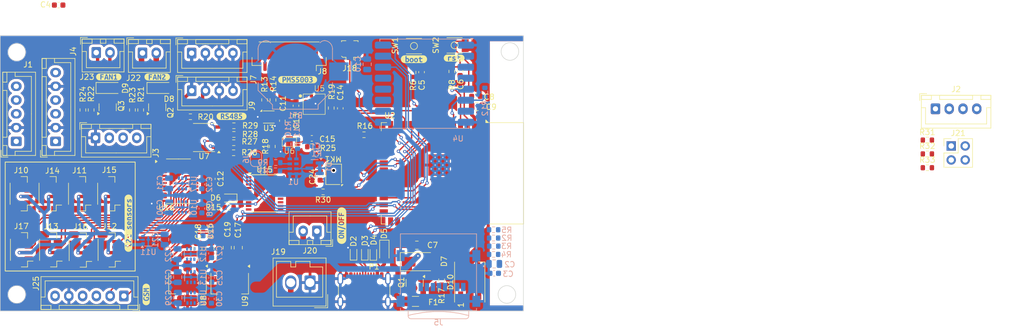
<source format=kicad_pcb>
(kicad_pcb (version 20241229) (generator "pcbnew") (generator_version "9.0")
  (layers (0 "F.Cu" signal) (2 "B.Cu" signal) (13 "F.Paste" user) (15 "B.Paste" user) (5 "F.SilkS" user "F.Silkscreen") (7 "B.SilkS" user "B.Silkscreen") (1 "F.Mask" user) (3 "B.Mask" user) (25 "Edge.Cuts" user))
  (net 0 "")
  (net 1 "GND")
  (net 2 "+5V")
  (net 3 "+3.3V")
  (net 4 "Net-(BT1-+)")
  (net 5 "Net-(D1-K)")
  (net 6 "SCL")
  (net 7 "SDA")
  (net 8 "CJ")
  (net 9 "S_TXD")
  (net 10 "S_RXD")
  (net 11 "V_DL")
  (net 12 "V_S2")
  (net 13 "/IO0")
  (net 14 "/RESET")
  (net 15 "/V_USB")
  (net 16 "3.3V_ESP")
  (net 17 "V_RF")
  (net 18 "V_S1")
  (net 19 "Net-(U5-TR)")
  (net 20 "Net-(U6-DIV)")
  (net 21 "USB_D+")
  (net 22 "USB_D-")
  (net 23 "Net-(D4-A1)")
  (net 24 "Net-(D6-A)")
  (net 25 "5V_VDD")
  (net 26 "VIN_5V")
  (net 27 "FAN_VDD")
  (net 28 "FAN_1_-")
  (net 29 "FAN_2_-")
  (net 30 "RGB")
  (net 34 "Net-(J5-DAT0)")
  (net 35 "Net-(J5-DAT3{slash}CD)")
  (net 36 "Net-(J5-CLK)")
  (net 37 "Net-(J5-CMD)")
  (net 39 "/EVI")
  (net 40 "/RS485_B")
  (net 41 "/RS485_A")
  (net 44 "Net-(J18-In)")
  (net 45 "WS_MIC")
  (net 46 "SCK_MIC")
  (net 47 "SD_MIC")
  (net 50 "Net-(Q2-B)")
  (net 51 "Net-(Q3-B)")
  (net 52 "SD_CS")
  (net 53 "/INT")
  (net 54 "rfm_RST")
  (net 55 "V_GSM")
  (net 56 "Net-(U2-GPIO3{slash}TOUCH3{slash}ADC1_CH2)")
  (net 57 "Net-(U6-ADDR)")
  (net 58 "Net-(U5-EN)")
  (net 59 "EN_FAN_1")
  (net 60 "EN_FAN_2")
  (net 61 "RS485_TX")
  (net 62 "RS485_EN")
  (net 63 "RS485_RX")
  (net 65 "V_L")
  (net 67 "SPI_MOSI")
  (net 68 "+12V")
  (net 70 "rfm_dio1")
  (net 71 "Net-(U16-~{RESET})")
  (net 72 "rfm_dio0")
  (net 73 "SPI_SCLK")
  (net 74 "UV_SIG")
  (net 77 "V_RF_EN")
  (net 78 "SPI_CS")
  (net 80 "SPI_MISO")
  (net 81 "rfm_CS")
  (net 82 "rfm_dio2")
  (net 88 "V_S1_EN")
  (net 90 "V_S2_EN")
  (net 94 "V_DL_EN")
  (net 95 "Net-(J19-Pin_2)")
  (net 103 "SDA_0")
  (net 104 "SCL_0")
  (net 105 "SDA_2")
  (net 106 "SCL_2")
  (net 107 "SDA_4")
  (net 108 "SCL_4")
  (net 109 "SCL_6")
  (net 110 "SDA_6")
  (net 111 "SDA_1")
  (net 112 "SCL_1")
  (net 113 "SDA_3")
  (net 114 "SCL_3")
  (net 115 "SDA_5")
  (net 116 "SCL_5")
  (net 117 "SDA_7")
  (net 118 "SCL_7")
  (net 119 "onBoard_LED")
  (net 124 "V_GSM_EN")
  (net 131 "V_L_EN")
  (net 133 "GSM_Rx")
  (net 134 "GSM_Tx")
  (net 136 "GSM_RST")
  (net 137 "GSM_PWRKEY")
  (footprint "Package_SO:TSSOP-24_4.4x7.8mm_P0.65mm" (layer "F.Cu") (at 82.3625 76.425)
    (property "Reference" "U16")
    (property "Value" "PCA9548APW")
  )
  (footprint "Package_TO_SOT_SMD:SOT-223-3_TabPin2" (layer "F.Cu") (at 84.0025 94.975 -90)
    (property "Reference" "U8")
    (property "Value" "AP7361C-33E")
  )
  (footprint "Resistor_SMD:R_0603_1608Metric" (layer "F.Cu") (at 124.95 56.675 90)
    (property "Reference" "R6")
    (property "Value" "10K")
  )
  (footprint "LED_SMD:LED_WS2812B_PLCC4_5.0x5.0mm_P3.2mm" (layer "F.Cu") (at 135.25 94.75 90)
    (property "Reference" "D10")
    (property "Value" "WS2812B")
  )
  (footprint "Connector_JST:JST_XH_B2B-XH-A_1x02_P2.50mm_Vertical" (layer "F.Cu") (at 75.825 53.15)
    (property "Reference" "J22")
    (property "Value" "HDR-2x1")
  )
  (footprint "Connector_JST:JST_SH_BM04B-SRSS-TB_1x04-1MP_P1.00mm_Vertical" (layer "F.Cu") (at 69.69875 78.71 90)
    (property "Reference" "J15")
    (property "Value" "HDR-4x1")
  )
  (footprint "Connector_PinHeader_2.54mm:PinHeader_2x02_P2.54mm_Vertical" (layer "F.Cu") (at 222.685 70.035)
    (property "Reference" "J21")
    (property "Value" "Conn_02x02_Counter_Clockwise")
  )
  (footprint "Connector_USB:USB_C_Receptacle_GCT_USB4105-xx-A_16P_TopMnt_Horizontal" (layer "F.Cu") (at 116.075 97.24)
    (property "Reference" "P1")
    (property "Value" "USB_C_Plug_USB2.0")
  )
  (footprint "kibuzzard-6994F1A7" (layer "F.Cu") (at 104 58)
    (property "Reference" "kibuzzard-6994F1A7" (hide yes))
    (property "Value" "G***" (hide yes))
  )
  (footprint "Diode_SMD:D_SOD-523" (layer "F.Cu") (at 116.2 89.5 90)
    (property "Reference" "D3")
    (property "Value" "LESD5D5.0CT1G")
  )
  (footprint "kibuzzard-6994F00B" (layer "F.Cu") (at 69.7 57.5)
    (property "Reference" "kibuzzard-6994F00B" (hide yes))
    (property "Value" "G***" (hide yes))
  )
  (footprint "Connector_JST:JST_XH_B4B-XH-A_1x04_P2.50mm_Vertical" (layer "F.Cu") (at 84.75 53.175)
    (property "Reference" "J7")
    (property "Value" "HDR-4x1")
  )
  (footprint "Package_TO_SOT_SMD:SOT-23" (layer "F.Cu") (at 69.5 63 90)
    (property "Reference" "Q3")
    (property "Value" "MMBT3904")
  )
  (footprint "Package_SO:SSOP-20_4.4x6.5mm_P0.65mm" (layer "F.Cu") (at 97.9975 78.635)
    (property "Reference" "U15")
    (property "Value" "PCF8574TS")
  )
  (footprint "Fuse:Fuse_1206_3216Metric" (layer "F.Cu") (at 125.4 98.25)
    (property "Reference" "F1")
    (property "Value" "Fuse")
  )
  (footprint "Capacitor_SMD:C_0603_1608Metric" (layer "F.Cu") (at 106.575 68.65)
    (property "Reference" "C15")
    (property "Value" "100n")
  )
  (footprint "kibuzzard-6994F01D" (layer "F.Cu") (at 78.5 57.5)
    (property "Reference" "kibuzzard-6994F01D" (hide yes))
    (property "Value" "G***" (hide yes))
  )
  (footprint "Capacitor_SMD:C_0603_1608Metric" (layer "F.Cu") (at 133.5 56.45 -90)
    (property "Reference" "C6")
    (property "Value" "100n")
  )
  (footprint "Connector_JST:JST_SH_BM04B-SRSS-TB_1x04-1MP_P1.00mm_Vertical" (layer "F.Cu") (at 64.52375 88.935 90)
    (property "Reference" "J16")
    (property "Value" "HDR-4x1")
  )
  (footprint "Connector_JST:JST_SH_BM04B-SRSS-TB_1x04-1MP_P1.00mm_Vertical" (layer "F.Cu") (at 53.79875 78.71 90)
    (property "Reference" "J10")
    (property "Value" "HDR-4x1")
  )
  (footprint "Diode_SMD:D_SOD-123" (layer "F.Cu") (at 79 59.5)
    (property "Reference" "D8")
    (property "Value" "1N4148W")
  )
  (footprint "Capacitor_SMD:C_0603_1608Metric" (layer "F.Cu") (at 101.225 65.45 -90)
    (property "Reference" "C11")
    (property "Value" "100n")
  )
  (footprint "Sensor_Audio:InvenSense_ICS-43434-6_3.5x2.65mm" (layer "F.Cu") (at 110.5375 75.185 180)
    (property "Reference" "MK1")
    (property "Value" "ICS-43434")
  )
  (footprint "Resistor_SMD:R_0603_1608Metric" (layer "F.Cu") (at 106.575 70.175 180)
    (property "Reference" "R25")
    (property "Value" "1k")
  )
  (footprint "Package_SON:WSON-6-1EP_2x2mm_P0.65mm_EP1x1.6mm" (layer "F.Cu") (at 98.7625 64.775)
    (property "Reference" "U3")
    (property "Value" "TMP117xxDRV")
  )
  (footprint "Connector_JST:JST_XH_B6B-XH-A_1x06_P2.50mm_Vertical" (layer "F.Cu") (at 72.45 97.275 180)
    (property "Reference" "J25")
    (property "Value" "Conn_01x06")
  )
  (footprint "Capacitor_SMD:C_0805_2012Metric" (layer "F.Cu") (at 125.65 88.05 180)
    (property "Reference" "C7")
    (property "Value" "10u")
  )
  (footprint "Resistor_SMD:R_0603_1608Metric" (layer "F.Cu") (at 92.375 71.265 180)
    (property "Reference" "R26")
    (property "Value" "10k")
  )
  (footprint "Capacitor_SMD:C_0603_1608Metric" (layer "F.Cu") (at 88.5 76.01 90)
    (property "Reference" "C12")
    (property "Value" "100n")
  )
  (footprint "Connector_JST:JST_XH_B4B-XH-A_1x04_P2.50mm_Vertical" (layer "F.Cu") (at 84.765 60)
    (property "Reference" "J9")
    (property "Value" "HDR-4x1")
  )
  (footprint "Connector_JST:JST_XH_B6B-XH-A_1x06_P2.50mm_Vertical" (layer "F.Cu") (at 60.05 69.2 90)
    (property "Reference" "J4")
    (property "Value" "Conn_01x06")
  )
  (footprint "IoWLabs:SMD_SWITCH" (layer "F.Cu") (at 125.125 51.9)
    (property "Reference" "SW1")
    (property "Value" "SW_DIP_x02")
  )
  (footprint "Diode_SMD:D_SOD-523" (layer "F.Cu") (at 117.75 89.525 90)
    (property "Reference" "D4")
    (property "Value" "LESD5D5.0CT1G")
  )
  (footprint "Capacitor_SMD:C_0603_1608Metric" (layer "F.Cu") (at 111.75 63.2 -90)
    (property "Reference" "C14")
    (property "Value" "100n")
  )
  (footprint "Resistor_SMD:R_0603_1608Metric" (layer "F.Cu") (at 110.1 63.15 90)
    (property "Reference" "R19")
    (property "Value" "10k")
  )
  (footprint "Resistor_SMD:R_0603_1608Metric" (layer "F.Cu") (at 116.05 68)
    (property "Reference" "R16")
    (property "Value" "10K")
  )
  (footprint "Resistor_SMD:R_0603_1608Metric" (layer "F.Cu") (at 92.425 66.365 180)
    (property "Reference" "R29")
    (property "Value" "10k")
  )
  (footprint "kibuzzard-6994F21E" (layer "F.Cu") (at 76.5 97 90)
    (property "Reference" "kibuzzard-6994F21E" (hide yes))
    (property "Value" "G***" (hide yes))
  )
  (footprint "Resistor_SMD:R_0603_1608Metric" (layer "F.Cu") (at 108.625 78.375 180)
    (property "Reference" "R30")
    (property "Value" "100k")
  )
  (footprint "Resistor_SMD:R_0603_1608Metric" (layer "F.Cu") (at 218.355 73.985)
    (property "Reference" "R33")
    (property "Value" "10K")
  )
  (footprint "Capacitor_SMD:C_0603_1608Metric" (layer "F.Cu") (at 108.1 75.475 -90)
    (property "Reference" "C24")
    (property "Value" "100n")
  )
  (footprint "Capacitor_SMD:C_0805_2012Metric" (layer "F.Cu") (at 136.55 62.875)
    (property "Reference" "C9")
    (property "Value" "10u")
  )
  (footprint "Resistor_SMD:R_0603_1608Metric" (layer "F.Cu") (at 92.425 67.94 180)
    (property "Reference" "R28")
    (property "Value" "10k")
  )
  (footprint "IoWLabs:SMD_SWITCH" (layer "F.Cu") (at 132.5 51.775)
    (property "Reference" "SW2")
    (property "Value" "SW_DIP_x02")
  )
  (footprint "Resistor_SMD:R_0603_1608Metric" (layer "F.Cu") (at 92.4 69.44 180)
    (property "Reference" "R27")
    (property "Value" "10k")
  )
  (footprint "IoWLabs:WSOF6I" (layer "F.Cu") (at 102.5 69.325)
    (property "Reference" "U6")
    (property "Value" "~")
  )
  (footprint "Connector_JST:JST_XH_B5B-XH-A_1x05_P2.50mm_Vertical" (layer "F.Cu") (at 52.9 69.2 90)
    (property "Reference" "J1")
    (property "Value" "HDR-5x1")
  )
  (footprint "Capacitor_SMD:C_0805_2012Metric" (layer "F.Cu") (at 85.89 88.65 90)
    (property "Reference" "C18")
    (property "Value" "22u")
  )
  (footprint "RF_Module:ESP32-S3-WROOM-1" (layer "F.Cu") (at 132.135 75 -90)
    (property "Reference" "U2")
    (property "Value" "ESP32-S3-WROOM-1")
  )
  (footprint "LED_SMD:LED_0603_1608Metric" (layer "F.Cu") (at 91.5 79.5 180)
    (property "Reference" "D6")
    (property "Value" "LED")
  )
  (footprint "Capacitor_SMD:C_0603_1608Metric" (layer "F.Cu") (at 103.7 62.725 90)
    (property "Reference" "C13")
    (property "Value" "1n")
  )
  (footprint "Resistor_SMD:R_0603_1608Metric" (layer "F.Cu") (at 91.55 81.175 180)
    (property "Reference" "R15")
    (property "Value" "330")
  )
  (footprint "Capacitor_SMD:C_0805_2012Metric" (layer "F.Cu") (at 88.065 88.6 90)
    (property "Reference" "C16")
    (property "Value" "10u")
  )
  (footprint "IoWLabs:C-TQFN12-4.0x3.7-1" (layer "F.Cu") (at 107 62.45)
    (property "Reference" "U5")
    (property "Value" "~")
  )
  (footprint "Capacitor_SMD:C_0603_1608Metric" (layer "F.Cu") (at 136.375 61.025)
    (property "Reference" "C8")
    (property "Value" "100n")
  )
  (footprint "kibuzzard-69934843" (layer "F.Cu") (at 132.425 54.075)
    (property "Reference" "kibuzzard-69934843" (hide yes))
    (property "Value" "G***" (hide yes))
  )
  (footprint "Connector_Wago:Wago_734-132_1x02_P3.50mm_Vertical" (layer "F.Cu") (at 106.25 94.85 180)
    (property "Reference" "J19")
    (property "Value" "Conn_01x02")
  )
  (footprint "Package_TO_SOT_SMD:SOT-23" (layer "F.Cu") (at 78.5 63 90)
    (property "Reference" "Q2")
    (property "Value" "MMBT3904")
  )
  (footprint "Package_TO_SOT_SMD:SOT-223-3_TabPin2" (layer "F.Cu") (at 91.665 95 -90)
    (property "Reference" "U9")
    (property "Value" "AP7361C-33E")
  )
  (footprint "Resistor_SMD:R_0603_1608Metric" (layer "F.Cu") (at 218.355 71.475)
    (property "Reference" "R32")
    (property "Value" "10K")
  )
  (footprint "Resistor_SMD:R_0603_1608Metric" (layer "F.Cu") (at 84.525 64.725)
    (property "Reference" "R20")
    (property "Value" "120")
  )
  (footprint "Connector_JST:JST_XH_B2B-XH-A_1x02_P2.50mm_Vertical" (layer "F.Cu") (at 67.425 53.075)
    (property "Reference" "J23")
    (property "Value" "HDR-2x1")
  )
  (footprint "Capacitor_SMD:C_0603_1608Metric" (layer "F.Cu") (at 60.6 44.45)
    (property "Reference" "C4")
    (property "Value" "100n")
  )
  (footprint "Connector_JST:JST_SH_BM04B-SRSS-TB_1x04-1MP_P1.00mm_Vertical" (layer "F.Cu") (at 69.77375 88.91 90)
    (property "Reference" "J12")
    (property "Value" "HDR-4x1")
  )
  (footprint "Resistor_SMD:R_0603_1608Metric" (layer "F.Cu") (at 65 63.5 90)
    (property "Reference" "R24")
    (property "Value" "10k")
  )
  (footprint "Resistor_SMD:R_0603_1608Metric" (layer "F.Cu") (at 99.525 61.675 90)
    (property "Reference" "R14")
    (property "Value" "4.7k")
  )
  (footprint "Connector_JST:JST_SH_BM04B-SRSS-TB_1x04-1MP_P1.00mm_Vertical" (layer "F.Cu") (at 53.84875 88.885 90)
    (property "Reference" "J17")
    (property "Value" "HDR-4x1")
  )
  (footprint "Resistor_SMD:R_0603_1608Metric" (layer "F.Cu") (at 75.5 63.5 -90)
    (property "Reference" "R21")
    (property "Value" "1k")
  )
  (footprint "Resistor_SMD:R_0603_1608Metric" (layer "F.Cu") (at 66.5 63.5 -90)
    (property "Reference" "R22")
    (property "Value" "1k")
  )
  (footprint "Connector_JST:JST_SH_BM04B-SRSS-TB_1x04-1MP_P1.00mm_Vertical" (layer "F.Cu") (at 64.39875 78.71 90)
    (property "Reference" "J11")
    (property "Value" "HDR-4x1")
  )
  (footprint "Diode_SMD:D_SMA" (layer "F.Cu") (at 126.15 91.05)
    (property "Reference" "D7")
    (property "Value" "D_Schottky")
  )
  (footprint "Connector_JST:JST_XH_B2B-XH-A_1x02_P2.50mm_Vertical" (layer "F.Cu") (at 107.5 85.5 180)
    (property "Reference" "J20")
    (property "Value" "Conn_01x02")
  )
  (footprint "kibuzzard-69963A2F" (layer "F.Cu") (at 112 84.5 90)
    (property "Reference" "kibuzzard-69963A2F" (hide yes))
    (property "Value" "G***" (hide yes))
  )
  (footprint "Resistor_SMD:R_0603_1608Metric" (layer "F.Cu") (at 132 56.5 90)
    (property "Reference" "R8")
    (property "Value" "10K")
  )
  (footprint "Connector_JST:JST_SH_BM04B-SRSS-TB_1x04-1MP_P1.00mm_Vertical" (layer "F.Cu") (at 59.04875 78.71 90)
    (property "Reference" "J14")
    (property "Value" "HDR-4x1")
  )
  (footprint "Capacitor_SMD:C_0603_1608Metric" (layer "F.Cu") (at 126.5 56.625 -90)
    (property "Reference" "C5")
    (property "Value" "100n")
  )
  (footprint "Package_SO:SOP-8_3.9x4.9mm_P1.27mm" (layer "F.Cu") (at 87 68.5 180)
    (property "Reference" "U7")
    (property "Value" "MAX3485")
  )
  (footprint "Connector_JST:JST_SH_BM04B-SRSS-TB_1x04-1MP_P1.00mm_Vertical" (layer "F.Cu") (at 59.14875 88.885 90)
    (property "Reference" "J13")
    (property "Value" "HDR-4x1")
  )
  (footprint "Resistor_SMD:R_0603_1608Metric" (layer "F.Cu") (at 130.15 94.4 -90)
    (property "Reference" "R17")
    (property "Value" "10K")
  )
  (footprint "Package_TO_SOT_SMD:SOT-23" (layer "F.Cu") (at 125.25 94.9 -90)
    (property "Reference" "Q1")
    (property "Value" "Q_PMOS_GSD")
  )
  (footprint "Connector_Coaxial:U.FL_Molex_MCRF_73412-0110_Vertical" (layer "F.Cu") (at 113.475 52.425)
    (property "Reference" "J18")
    (property "Value" "Conn_Coaxial")
  )
  (footprint "kibuzzard-69934830" (layer "F.Cu") (at 125.125 54.275)
    (property "Reference" "kibuzzard-69934830" (hide yes))
    (property "Value" "G***" (hide yes))
  )
  (footprint "Capacitor_SMD:C_0805_2012Metric" (layer "F.Cu") (at 93.215 88.5 90)
    (property "Reference" "C17")
    (property "Value" "10u")
  )
  (footprint "Diode_SMD:D_SOD-123" (layer "F.Cu") (at 69.75 59.5)
    (property "Reference" "D9")
    (property "Value" "1N4148W")
  )
  (footprint "Resistor_SMD:R_0603_1608Metric" (layer "F.Cu") (at 74 63.5 90)
    (property "Reference" "R23")
    (property "Value" "10k")
  )
  (footprint "Diode_SMD:D_SOD-523" (layer "F.Cu") (at 114.15 89.5 90)
    (property "Reference" "D2")
    (property "Value" "LESD5D5.0CT1G")
  )
  (footprint "Connector_JST:JST_XH_B4B-XH-A_1x04_P2.50mm_Vertical" (layer "F.Cu") (at 219.825 63.285)
    (property "Reference" "J2")
    (property "Value" "HDR-4x1")
  )
  (footprint "Diode_SMD:D_SOD-323_HandSoldering" (layer "F.Cu") (at 119.75 89.15 -90)
    (property "Reference" "D5")
    (property "Value" "1N5819WS")
  )
  (footprint "Resistor_SMD:R_0603_1608Metric" (layer "F.Cu") (at 99.4 70.125 -90)
    (property "Reference" "R18")
    (property "Value" "10k")
  )
  (footprint "Resistor_SMD:R_0603_1608Metric" (layer "F.Cu") (at 98 61.675 90)
    (property "Reference" "R13")
    (property "Value" "4.7k")
  )
  (footprint "kibuzzard-6994EF08" (layer "F.Cu") (at 92 64.65)
    (property "Reference" "kibuzzard-6994EF08" (hide yes))
    (property "Value" "G***" (hide yes))
  )
  (footprint "Capacitor_SMD:C_0805_2012Metric" (layer "F.Cu") (at 91.215 88.5 90)
    (property "Reference" "C19")
    (property "Value" "22u")
  )
  (footprint "Connector_JST:JST_GH_SM08B-GHS-TB_1x08-1MP_P1.25mm_Horizontal" (layer "F.Cu") (at 102.45 53.7 180)
    (property "Reference" "J8")
    (property "Value" "Conn_01x08")
  )
  (footprint "Connector_JST:JST_XH_B4B-XH-A_1x04_P2.50mm_Vertical" (layer "F.Cu") (at 67.3 68.55)
    (property "Reference" "J3")
    (property "Value" "HDR-4x1")
  )
  (footprint "kibuzzard-6993384F" (layer "F.Cu") (at 73.27375 84.06 90)
    (property "Reference" "kibuzzard-6993384F" (hide yes))
    (property "Value" "G***" (hide yes))
  )
  (footprint "Resistor_SMD:R_0603_1608Metric" (layer "F.Cu") (at 218.355 68.965)
    (property "Reference" "R31")
    (property "Value" "10K")
  )
  (footprint "Capacitor_SMD:C_0805_2012Metric" (layer "B.Cu") (at 116.625 55.2 -90)
    (property "Reference" "C10")
    (property "Value" "4.7u")
  )
  (footprint "Capacitor_SMD:C_0805_2012Metric" (layer "B.Cu") (at 82.19 89.675 -90)
    (property "Reference" "C22")
    (property "Value" "1uf")
  )
  (footprint "Capacitor_SMD:C_0603_1608Metric" (layer "B.Cu") (at 86.6 81.4 90)
    (property "Reference" "C28")
    (property "Value" "100n")
  )
  (footprint "Capacitor_SMD:C_0805_2012Metric" (layer "B.Cu") (at 80.675 81.2 -90)
    (property "Reference" "C20")
    (property "Value" "1uf")
  )
  (footprint "Capacitor_SMD:C_0805_2012Metric" (layer "B.Cu") (at 79.85 87.025 -90)
    (property "Reference" "C21")
    (property "Value" "1uf")
  )
  (footprint "Resistor_SMD:R_0603_1608Metric" (layer "B.Cu") (at 139.58881 85.25 180)
    (property "Reference" "R5")
    (property "Value" "3.3k")
  )
  (footprint "Resistor_SMD:R_0603_1608Metric" (layer "B.Cu") (at 139.61381 88.225 180)
    (property "Reference" "R3")
    (property "Value" "3.3k")
  )
  (footprint "Resistor_SMD:R_0603_1608Metric" (layer "B.Cu") (at 138 60.3 -90)
    (property "Reference" "R12")
    (property "Value" "10k")
  )
  (footprint "Package_TO_SOT_SMD:SOT-23" (layer "B.Cu") (at 107.075 74.075 180)
    (property "Reference" "D1")
    (property "Value" "BAS70-05")
  )
  (footprint "Package_TO_SOT_SMD:SOT-363_SC-70-6" (layer "B.Cu") (at 84.64 97.6 90)
    (property "Reference" "U14")
    (property "Value" "SiP32431DR3")
  )
  (footprint "Capacitor_SMD:C_0603_1608Metric" (layer "B.Cu") (at 86.8 85.575 90)
    (property "Reference" "C26")
    (property "Value" "100n")
  )
  (footprint "Resistor_SMD:R_0603_1608Metric" (layer "B.Cu") (at 103.985 69.717382 -90)
    (property "Reference" "R11")
    (property "Value" "2.2k")
  )
  (footprint "Capacitor_SMD:C_0603_1608Metric" (layer "B.Cu") (at 107.35 71.5)
    (property "Reference" "C1")
    (property "Value" "10n")
  )
  (footprint "Resistor_SMD:R_0603_1608Metric" (layer "B.Cu") (at 107.45 70)
    (property "Reference" "R1")
    (property "Value" "3.3k")
  )
  (footprint "Resistor_SMD:R_0603_1608Metric" (layer "B.Cu") (at 139.58881 89.725 180)
    (property "Reference" "R4")
    (property "Value" "3.3k")
  )
  (footprint "Package_TO_SOT_SMD:SOT-363_SC-70-6" (layer "B.Cu") (at 76.875 87.05)
    (property "Reference" "U11")
    (property "Value" "SiP32431DR3")
  )
  (footprint "Capacitor_SMD:C_0805_2012Metric" (layer "B.Cu") (at 82.24 97.6 -90)
    (property "Reference" "C29")
    (property "Value" "1uf")
  )
  (footprint "Capacitor_SMD:C_0603_1608Metric" (layer "B.Cu") (at 88.365 89.55 90)
    (property "Reference" "C27")
    (property "Value" "100n")
  )
  (footprint "Package_TO_SOT_SMD:SOT-363_SC-70-6" (layer "B.Cu") (at 83.075 76.84 90)
    (property "Reference" "U17")
    (property "Value" "SiP32431DR3")
  )
  (footprint "Package_TO_SOT_SMD:SOT-363_SC-70-6" (layer "B.Cu") (at 83.075 81.175 90)
    (property "Reference" "U10")
    (property "Value" "SiP32431DR3")
  )
  (footprint "Resistor_SMD:R_0603_1608Metric" (layer "B.Cu") (at 99.975 74.55)
    (property "Reference" "R7")
    (property "Value" "100k")
  )
  (footprint "Resistor_SMD:R_0603_1608Metric" (layer "B.Cu") (at 102.25 69.697382 -90)
    (property "Reference" "R10")
    (property "Value" "2.2k")
  )
  (footprint "Package_TO_SOT_SMD:SOT-363_SC-70-6" (layer "B.Cu") (at 84.59 89.65 90)
    (property "Reference" "U12")
    (property "Value" "SiP32431DR3")
  )
  (footprint "Connector_Card:microSD_HC_Wuerth_693072010801" (layer "B.Cu") (at 129.575 94.1025)
    (property "Reference" "J5")
    (property "Value" "Micro_SD_Card")
  )
  (footprint "Resistor_SMD:R_0603_1608Metric" (layer "B.Cu") (at 100.025 73.05)
    (property "Reference" "R9")
    (property "Value" "100k")
  )
  (footprint "Capacitor_SMD:C_0805_2012Metric" (layer "B.Cu") (at 82.215 93.85 -90)
    (property "Reference" "C23")
    (property "Value" "1uf")
  )
  (footprint "Capacitor_SMD:C_0805_2012Metric" (layer "B.Cu") (at 80.65 76.825 -90)
    (property "Reference" "C31")
    (property "Value" "1uf")
  )
  (footprint "Capacitor_SMD:C_0603_1608Metric" (layer "B.Cu") (at 139.69881 93.155 180)
    (property "Reference" "C3")
    (property "Value" "100n")
  )
  (footprint "RF_Module:HOPERF_RFM9XW_SMD" (layer "B.Cu") (at 127.025 58.725 180)
    (property "Reference" "U4")
    (property "Value" "RFM95W-915S2")
  )
  (footprint "Capacitor_SMD:C_0603_1608Metric" (layer "B.Cu") (at 88.39 93.975 90)
    (property "Reference" "C25")
    (property "Value" "100n")
  )
  (footprint "Battery:BatteryHolder_Keystone_3000_1x12mm" (layer "B.Cu") (at 103.575 56.505)
    (property "Reference" "BT1")
    (property "Value" "Battery_Cell")
  )
  (footprint "Capacitor_SMD:C_0603_1608Metric" (layer "B.Cu") (at 88.34 97.8 90)
    (property "Reference" "C30")
    (property "Value" "100n")
  )
  (footprint "Resistor_SMD:R_0603_1608Metric" (layer "B.Cu") (at 139.58881 86.75 180)
    (property "Reference" "R2")
    (property "Value" "3.3k")
  )
  (footprint "Capacitor_SMD:C_0603_1608Metric" (layer "B.Cu") (at 86.6 77.025 90)
    (property "Reference" "C32")
    (property "Value" "100n")
  )
  (footprint "Capacitor_SMD:C_0805_2012Metric" (layer "B.Cu") (at 139.68881 91.45 180)
    (property "Reference" "C2")
    (property "Value" "10u")
  )
  (footprint "Package_TO_SOT_SMD:SOT-363_SC-70-6" (layer "B.Cu") (at 84.64 93.85 90)
    (property "Reference" "U13")
    (property "Value" "SiP32431DR3")
  )
  (footprint "Jumper:SolderJumper-2_P1.3mm_Open_RoundedPad1.0x1.5mm" (layer "B.Cu") (at 96.45 72.375 -90)
    (property "Reference" "J6")
    (property "Value" "Conn_01x02")
  )
  (footprint "IoWLabs:SON-8" (layer "B.Cu") (at 103.175 73.725 180)
    (property "Reference" "U1")
    (property "Value" "RV-8803")
  )
  (gr_rect (start 50.89875 72.96) (end 74.50125 92.74) (stroke (width 0.15)) (fill no) (layer "F.SilkS"))
  (gr_circle (center 142.55 52.875) (end 144.15 52.875) (stroke (width 0.1)) (fill no) (layer "Edge.Cuts"))
  (gr_circle (center 142 97) (end 143.6 97) (stroke (width 0.1)) (fill no) (layer "Edge.Cuts"))
  (gr_circle (center 53 97) (end 54.6 97) (stroke (width 0.1)) (fill no) (layer "Edge.Cuts"))
  (gr_circle (center 53 53) (end 54.6 53) (stroke (width 0.1)) (fill no) (layer "Edge.Cuts"))
  (gr_rect (start 50 50) (end 145 100) (stroke (width 0.1)) (fill no) (layer "Edge.Cuts"))
  (segment (start 99.65 65.425) (end 99.65 66.175) (width 0.254) (layer "F.Cu") (net 1))
  (segment (start 97.875 64.775) (end 96.775 64.775) (width 0.254) (layer "F.Cu") (net 1))
  (segment (start 116.2 88.8) (end 116.25 88.8) (width 0.254) (layer "F.Cu") (net 1))
  (segment (start 114.15 88.8) (end 113.45 88.8) (width 0.254) (layer "F.Cu") (net 1))
  (segment (start 101.225 66.175) (end 101.025 65.975) (width 0.254) (layer "F.Cu") (net 1))
  (segment (start 101 70.975) (end 100.9 71.075) (width 0.1524) (layer "F.Cu") (net 1))
  (segment (start 96.775 64.775) (end 96.75 64.75) (width 0.254) (layer "F.Cu") (net 1))
  (segment (start 99.65 66.175) (end 99.875 66.4) (width 0.254) (layer "F.Cu") (net 1))
  (segment (start 101.225 66.225) (end 101.225 66.175) (width 0.254) (layer "F.Cu") (net 1))
  (segment (start 100.3 65.975) (end 99.875 66.4) (width 0.254) (layer "F.Cu") (net 1))
  (segment (start 117.075 88.15) (end 117.75 88.825) (width 0.254) (layer "F.Cu") (net 1))
  (segment (start 107.65 61.95) (end 107.25 62.35) (width 0.254) (layer "F.Cu") (net 1))
  (segment (start 78 80) (end 77.5 80.5) (width 0.254) (layer "F.Cu") (net 1))
  (segment (start 113.45 88.8) (end 113.15 88.5) (width 0.254) (layer "F.Cu") (net 1))
  (segment (start 116.9 88.15) (end 117.075 88.15) (width 0.254) (layer "F.Cu") (net 1))
  (segment (start 101.025 65.975) (end 100.3 65.975) (width 0.254) (layer "F.Cu") (net 1))
  (segment (start 101 69.825) (end 101 70.975) (width 0.1524) (layer "F.Cu") (net 1))
  (segment (start 116.25 88.8) (end 116.9 88.15) (width 0.254) (layer "F.Cu") (net 1))
  (segment (start 79.5 80) (end 78 80) (width 0.254) (layer "F.Cu") (net 1))
  (segment (start 108.5 61.95) (end 107.65 61.95) (width 0.254) (layer "F.Cu") (net 1))
  (via (at 96.75 64.75) (size 0.6) (drill 0.3) (layers "F.Cu" "B.Cu") (net 1))
  (via (at 75 87.05) (size 0.6) (drill 0.3) (layers "F.Cu" "B.Cu") (net 1))
  (via (at 99.875 66.4) (size 0.6) (drill 0.3) (layers "F.Cu" "B.Cu") (net 1))
  (via (at 102.8 76.075) (size 0.6) (drill 0.3) (layers "F.Cu" "B.Cu") (net 1))
  (via (at 113.15 88.5) (size 0.6) (drill 0.3) (layers "F.Cu" "B.Cu") (net 1))
  (via (at 116.9 88.15) (size 0.6) (drill 0.3) (layers "F.Cu" "B.Cu") (net 1))
  (via (at 77.5 80.5) (size 0.6) (drill 0.3) (layers "F.Cu" "B.Cu") (net 1))
  (via (at 100.9 71.075) (size 0.6) (drill 0.3) (layers "F.Cu" "B.Cu") (net 1))
  (via (at 107.25 62.35) (size 0.6) (drill 0.3) (layers "F.Cu" "B.Cu") (net 1))
  (via (at 78.9 87.025) (size 0.6) (drill 0.3) (layers "F.Cu" "B.Cu") (net 1))
  (segment (start 102.575 75.85) (end 102.8 76.075) (width 0.254) (layer "B.Cu") (net 1))
  (segment (start 102.575 75.075) (end 102.575 75.85) (width 0.254) (layer "B.Cu") (net 1))
  (segment (start 77.825 87.05) (end 78.875 87.05) (width 0.254) (layer "B.Cu") (net 1))
  (segment (start 79.85 87.975) (end 78.9 87.025) (width 0.254) (layer "B.Cu") (net 1))
  (segment (start 75 87.05) (end 75.925 87.05) (width 0.254) (layer "B.Cu") (net 1))
  (segment (start 78.875 87.05) (end 78.9 87.025) (width 0.254) (layer "B.Cu") (net 1))
  (segment (start 93.965 90.2) (end 93.965 91.85) (width 1.016) (layer "F.Cu") (net 2))
  (segment (start 86.3025 92.6375) (end 87.865 94.2) (width 1.016) (layer "F.Cu") (net 2))
  (segment (start 93.965 91.85) (end 93.965 91.9) (width 1.016) (layer "F.Cu") (net 2))
  (segment (start 88.065 89.55) (end 88.065 90.0625) (width 1.016) (layer "F.Cu") (net 2))
  (segment (start 93.215 89.45) (end 93.965 90.2) (width 1.016) (layer "F.Cu") (net 2))
  (segment (start 87.865 94.2) (end 94.135 94.2) (width 1.016) (layer "F.Cu") (net 2))
  (segment (start 88.065 90.0625) (end 86.3025 91.825) (width 1.016) (layer "F.Cu") (net 2))
  (segment (start 94.135 94.2) (end 95.2 93.135) (width 1.016) (layer "F.Cu") (net 2))
  (segment (start 93.965 91.9) (end 95.2 93.135) (width 1.016) (layer "F.Cu") (net 2))
  (segment (start 99.465 93.135) (end 95.2 93.135) (width 1.016) (layer "F.Cu") (net 2))
  (segment (start 105 85.5) (end 105 87.6) (width 1.016) (layer "F.Cu") (net 2))
  (segment (start 105 87.6) (end 99.465 93.135) (width 1.016) (layer "F.Cu") (net 2))
  (segment (start 86.3025 91.825) (end 86.3025 92.6375) (width 1.016) (layer "F.Cu") (net 2))
  (segment (start 92.25 53.175) (end 92.25 59.985) (width 0.6096) (layer "B.Cu") (net 2))
  (segment (start 92.25 59.985) (end 92.265 60) (width 0.6096) (layer "B.Cu") (net 2))
  (segment (start 83.365 89.6) (end 81.7025 91.2625) (width 1.016) (layer "F.Cu") (net 3))
  (segment (start 85.89 89.6) (end 83.365 89.6) (width 1.016) (layer "F.Cu") (net 3))
  (segment (start 78.15 86.075) (end 79.85 86.075) (width 0.254) (layer "B.Cu") (net 3))
  (segment (start 77.825 86.4) (end 78.15 86.075) (width 0.254) (layer "B.Cu") (net 3))
  (segment (start 108.275 59.705) (end 111.475 56.505) (width 0.254) (layer "B.Cu") (net 4))
  (segment (start 107.127 51.077) (end 111.475 55.425) (width 0.254) (layer "B.Cu") (net 4))
  (segment (start 95.675 55.675) (end 100.273 51.077) (width 0.254) (layer "B.Cu") (net 4))
  (segment (start 108.275 70) (end 108.275 59.705) (width 0.254) (layer "B.Cu") (net 4))
  (segment (start 111.475 55.425) (end 111.475 56.505) (width 0.254) (layer "B.Cu") (net 4))
  (segment (start 100.273 51.077) (end 107.127 51.077) (width 0.254) (layer "B.Cu") (net 4))
  (segment (start 95.675 56.505) (end 95.675 55.675) (width 0.254) (layer "B.Cu") (net 4))
  (segment (start 103.775 74.175) (end 104.375 74.175) (width 0.254) (layer "B.Cu") (net 5))
  (segment (start 106.625 70) (end 106.625 71.45) (width 0.254) (layer "B.Cu") (net 5))
  (segment (start 106.0375 74.175) (end 106.1375 74.075) (width 0.254) (layer "B.Cu") (net 5))
  (segment (start 106.575 72.05) (end 104.45 74.175) (width 0.254) (layer "B.Cu") (net 5))
  (segment (start 104.375 74.175) (end 104.675 74.175) (width 0.254) (layer "B.Cu") (net 5))
  (segment (start 106.625 71.45) (end 106.575 71.5) (width 0.254) (layer "B.Cu") (net 5))
  (segment (start 106.575 71.5) (end 106.575 72.05) (width 0.254) (layer "B.Cu") (net 5))
  (segment (start 104.45 74.175) (end 104.375 74.175) (width 0.254) (layer "B.Cu") (net 5))
  (segment (start 104.675 74.175) (end 106.0375 74.175) (width 0.254) (layer "B.Cu") (net 5))
  (segment (start 97.875 64.125) (end 97.875 62.625) (width 0.254) (layer "F.Cu") (net 6))
  (segment (start 119.635 70.555) (end 114.372 70.555) (width 0.254) (layer "F.Cu") (net 6))
  (segment (start 97.875 62.625) (end 98 62.5) (width 0.254) (layer "F.Cu") (net 6))
  (segment (start 114.372 70.555) (end 111.467 67.65) (width 0.254) (layer "F.Cu") (net 6))
  (segment (start 98.849999 67.65) (end 93.999999 72.5) (width 0.254) (layer "F.Cu") (net 6))
  (segment (start 111.467 67.65) (end 98.849999 67.65) (width 0.254) (layer "F.Cu") (net 6))
  (segment (start 102.575 70.847382) (end 102.25 70.522382) (width 0.254) (layer "B.Cu") (net 6))
  (segment (start 102.575 72.375) (end 102.575 70.847382) (width 0.254) (layer "B.Cu") (net 6))
  (segment (start 122.427 64.077) (end 114.725246 64.077) (width 0.254) (layer "F.Cu") (net 7))
  (segment (start 123.425 66.25) (end 123.425 65.075) (width 0.254) (layer "F.Cu") (net 7))
  (segment (start 99.65 62.625) (end 99.525 62.5) (width 0.254) (layer "F.Cu") (net 7))
  (segment (start 114.725246 64.077) (end 111.607246 67.195) (width 0.254) (layer "F.Cu") (net 7))
  (segment (start 99.65 64.125) (end 99.65 62.625) (width 0.254) (layer "F.Cu") (net 7))
  (segment (start 123.425 65.075) (end 122.427 64.077) (width 0.254) (layer "F.Cu") (net 7))
  (segment (start 98.661531 67.195) (end 93.856531 72) (width 0.254) (layer "F.Cu") (net 7))
  (segment (start 111.607246 67.195) (end 98.661531 67.195) (width 0.254) (layer "F.Cu") (net 7))
  (segment (start 103.775 72.375) (end 103.775 70.752382) (width 0.254) (layer "B.Cu") (net 7))
  (segment (start 103.775 70.752382) (end 103.985 70.542382) (width 0.254) (layer "B.Cu") (net 7))
  (segment (start 99.2 73.05) (end 99.2 71.625) (width 0.6096) (layer "B.Cu") (net 11))
  (segment (start 99.15 73.1) (end 99.2 73.05) (width 0.6096) (layer "B.Cu") (net 11))
  (segment (start 102.25 68.872382) (end 103.965 68.872382) (width 0.6096) (layer "B.Cu") (net 11))
  (segment (start 101.952618 68.872382) (end 102.25 68.872382) (width 0.6096) (layer "B.Cu") (net 11))
  (segment (start 99.2 71.625) (end 101.952618 68.872382) (width 0.6096) (layer "B.Cu") (net 11))
  (segment (start 99.15 74.55) (end 99.15 73.1) (width 0.6096) (layer "B.Cu") (net 11))
  (segment (start 103.965 68.872382) (end 103.985 68.892382) (width 0.6096) (layer "B.Cu") (net 11))
  (segment (start 108.0125 73.125) (end 108.0125 75.025) (width 0.6096) (layer "B.Cu") (net 11))
  (segment (start 65.84875 89.435) (end 64.12375 89.435) (width 0.6096) (layer "F.Cu") (net 12))
  (segment (start 64.27375 79.21) (end 64.22375 79.26) (width 0.6096) (layer "F.Cu") (net 12))
  (segment (start 65.72375 79.21) (end 64.27375 79.21) (width 0.6096) (layer "F.Cu") (net 12))
  (segment (start 55.12375 79.21) (end 53.72375 79.21) (width 0.6096) (layer "F.Cu") (net 12))
  (segment (start 71.09875 89.41) (end 69.62375 89.41) (width 0.6096) (layer "F.Cu") (net 12))
  (segment (start 53.49875 89.385) (end 53.47375 89.41) (width 0.6096) (layer "F.Cu") (net 12))
  (segment (start 60.37375 79.21) (end 58.84875 79.21) (width 0.6096) (layer "F.Cu") (net 12))
  (segment (start 69.62375 89.41) (end 69.59875 89.385) (width 0.6096) (layer "F.Cu") (net 12))
  (segment (start 58.84875 79.21) (end 58.77375 79.285) (width 0.6096) (layer "F.Cu") (net 12))
  (segment (start 55.17375 89.385) (end 53.49875 89.385) (width 0.6096) (layer "F.Cu") (net 12))
  (segment (start 71.02375 79.21) (end 69.12375 79.21) (width 0.6096) (layer "F.Cu") (net 12))
  (segment (start 58.99875 89.385) (end 58.97375 89.36) (width 0.6096) (layer "F.Cu") (net 12))
  (segment (start 60.47375 89.385) (end 58.99875 89.385) (width 0.6096) (layer "F.Cu") (net 12))
  (via (at 69.12375 79.21) (size 0.6) (drill 0.3) (layers "F.Cu" "B.Cu") (net 12))
  (via (at 58.77375 79.285) (size 0.6) (drill 0.3) (layers "F.Cu" "B.Cu") (net 12))
  (via (at 69.59875 89.385) (size 0.6) (drill 0.3) (layers "F.Cu" "B.Cu") (net 12))
  (via (at 53.47375 89.41) (size 0.6) (drill 0.3) (layers "F.Cu" "B.Cu") (net 12))
  (via (at 58.97375 89.36) (size 0.6) (drill 0.3) (layers "F.Cu" "B.Cu") (net 12))
  (via (at 64.22375 79.26) (size 0.6) (drill 0.3) (layers "F.Cu" "B.Cu") (net 12))
  (via (at 53.72375 79.21) (size 0.6) (drill 0.3) (layers "F.Cu" "B.Cu") (net 12))
  (via (at 64.12375 89.435) (size 0.6) (drill 0.3) (layers "F.Cu" "B.Cu") (net 12))
  (segment (start 68.025 85.95) (end 69.275 85.95) (width 0.6096) (layer "B.Cu") (net 12))
  (segment (start 69.55 85.4) (end 70.1 85.95) (width 0.6096) (layer "B.Cu") (net 12))
  (segment (start 73.9 87.975) (end 71.875 85.95) (width 0.6096) (layer "B.Cu") (net 12))
  (segment (start 75.925 87.9) (end 75.85 87.975) (width 0.6096) (layer "B.Cu") (net 12))
  (segment (start 69.275 85.95) (end 70.1 85.95) (width 0.6096) (layer "B.Cu") (net 12))
  (segment (start 69.59875 87.55125) (end 70.05 87.1) (width 0.6096) (layer "B.Cu") (net 12))
  (segment (start 64.22375 79.26) (end 64.22375 82.14875) (width 0.6096) (layer "B.Cu") (net 12))
  (segment (start 53.72375 79.21) (end 54.935 79.21) (width 0.6096) (layer "B.Cu") (net 12))
  (segment (start 58.97375 89.36) (end 58.97375 88.92625) (width 0.6096) (layer "B.Cu") (net 12))
  (segment (start 64.475 88.4) (end 66.925 85.95) (width 0.6096) (layer "B.Cu") (net 12))
  (segment (start 57.9875 85.2125) (end 58.725 85.95) (width 0.6096) (layer "B.Cu") (net 12))
  (segment (start 57.9875 82.2625) (end 57.9875 85.2125) (width 0.6096) (layer "B.Cu") (net 12))
  (segment (start 58.97375 88.92625) (end 59.95 87.95) (width 0.6096) (layer "B.Cu") (net 12))
  (segment (start 58.725 85.95) (end 63.125 85.95) (width 0.6096) (layer "B.Cu") (net 12))
  (segment (start 69.59875 89.385) (end 69.59875 87.55125) (width 0.6096) (layer "B.Cu") (net 12))
  (segment (start 64.12375 88.75125) (end 64.475 88.4) (width 0.6096) (layer "B.Cu") (net 12))
  (segment (start 55.665 89.41) (end 57.125 87.95) (width 0.6096) (layer "B.Cu") (net 12))
  (segment (start 59.95 87.95) (end 61.125 87.95) (width 0.6096) (layer "B.Cu") (net 12))
  (segment (start 58.77375 79.285) (end 58.77375 81.47625) (width 0.6096) (layer "B.Cu") (net 12))
  (segment (start 61.125 87.95) (end 63.125 85.95) (width 0.6096) (layer "B.Cu") (net 12))
  (segment (start 71.875 85.95) (end 71.2 85.95) (width 0.6096) (layer "B.Cu") (net 12))
  (segment (start 66.925 85.95) (end 69.275 85.95) (width 0.6096) (layer "B.Cu") (net 12))
  (segment (start 53.47375 89.41) (end 55.665 89.41) (width 0.6096) (layer "B.Cu") (net 12))
  (segment (start 70.1 85.95) (end 71.2 85.95) (width 0.6096) (layer "B.Cu") (net 12))
  (segment (start 58.77375 81.47625) (end 57.9875 82.2625) (width 0.6096) (layer "B.Cu") (net 12))
  (segment (start 64.12375 89.435) (end 64.12375 88.75125) (width 0.6096) (layer "B.Cu") (net 12))
  (segment (start 64.22375 82.14875) (end 65.25 83.175) (width 0.6096) (layer "B.Cu") (net 12))
  (segment (start 70.05 87.1) (end 71.2 85.95) (width 0.6096) (layer "B.Cu") (net 12))
  (segment (start 65.25 83.175) (end 68.025 85.95) (width 0.6096) (layer "B.Cu") (net 12))
  (segment (start 69.12375 79.21) (end 69.12375 84.97375) (width 0.6096) (layer "B.Cu") (net 12))
  (segment (start 63.125 85.95) (end 66.925 85.95) (width 0.6096) (layer "B.Cu") (net 12))
  (segment (start 75.85 87.975) (end 73.9 87.975) (width 0.6096) (layer "B.Cu") (net 12))
  (segment (start 54.935 79.21) (end 57.9875 82.2625) (width 0.6096) (layer "B.Cu") (net 12))
  (segment (start 69.12375 84.97375) (end 69.55 85.4) (width 0.6096) (layer "B.Cu") (net 12))
  (segment (start 57.125 87.95) (end 59.95 87.95) (width 0.6096) (layer "B.Cu") (net 12))
  (segment (start 126.5 55.85) (end 124.95 55.85) (width 0.254) (layer "F.Cu") (net 13))
  (segment (start 125.225 52.95) (end 125.225 51.9) (width 0.254) (layer "F.Cu") (net 13))
  (segment (start 125.225 51.9) (end 124.475 51.15) (width 0.254) (layer "F.Cu") (net 13))
  (segment (start 126.5 55.85) (end 126.5 54.225) (width 0.254) (layer "F.Cu") (net 13))
  (segment (start 126.5 54.225) (end 125.225 52.95) (width 0.254) (layer "F.Cu") (net 13))
  (segment (start 123.2 51.15) (end 124.475 51.15) (width 0.254) (layer "F.Cu") (net 13))
  (segment (start 124.475 51.15) (end 127.05 51.15) (width 0.254) (layer "F.Cu") (net 13))
  (segment (start 133.5 53.5) (end 134.825 54.825) (width 0.254) (layer "F.Cu") (net 14))
  (segment (start 132.175 51.025) (end 132.725 51.575) (width 0.254) (layer "F.Cu") (net 14))
  (segment (start 135.075 55.075) (end 134.825 54.825) (width 0.254) (layer "F.Cu") (net 14))
  (segment (start 135.075 56.5) (end 135.075 55.075) (width 0.254) (layer "F.Cu") (net 14))
  (segment (start 133.5 55.675) (end 133.5 53.5) (width 0.254) (layer "F.Cu") (net 14))
  (segment (start 135.075 56.5) (end 135.075 59.05) (width 0.254) (layer "F.Cu") (net 14))
  (segment (start 133.4 56.1) (end 133.45 56.15) (width 0.254) (layer "F.Cu") (net 14))
  (segment (start 132 51.025) (end 134.425 51.025) (width 0.254) (layer "F.Cu") (net 14))
  (segment (start 132.725 51.575) (end 132.725 52.725) (width 0.254) (layer "F.Cu") (net 14))
  (segment (start 134.25 64.465) (end 134.855 65.07) (width 0.254) (layer "F.Cu") (net 14))
  (segment (start 132.725 52.725) (end 133.5 53.5) (width 0.254) (layer "F.Cu") (net 14))
  (segment (start 132 55.675) (end 133.5 55.675) (width 0.254) (layer "F.Cu") (net 14))
  (segment (start 134.855 65.07) (end 134.855 66.25) (width 0.254) (layer "F.Cu") (net 14))
  (segment (start 132 51.025) (end 132.175 51.025) (width 0.254) (layer "F.Cu") (net 14))
  (segment (start 135.075 59.05) (end 134.25 59.875) (width 0.254) (layer "F.Cu") (net 14))
  (segment (start 134.25 59.875) (end 134.25 64.465) (width 0.254) (layer "F.Cu") (net 14))
  (segment (start 130.575 51.025) (end 132 51.025) (width 0.254) (layer "F.Cu") (net 14))
  (segment (start 120.4 87.9) (end 119.75 87.9) (width 1.016) (layer "F.Cu") (net 15))
  (segment (start 119.9 88.05) (end 119.75 87.9) (width 1.016) (layer "F.Cu") (net 15))
  (segment (start 123.4875 95.8375) (end 122.25 94.6) (width 1.016) (layer "F.Cu") (net 15))
  (segment (start 124.7 88.05) (end 119.9 88.05) (width 1.016) (layer "F.Cu") (net 15))
  (segment (start 122.25 94.6) (end 122.25 92.6) (width 1.016) (layer "F.Cu") (net 15))
  (segment (start 121.3 91.65) (end 121.3 88.8) (width 1.016) (layer "F.Cu") (net 15))
  (segment (start 122.25 92.6) (end 121.3 91.65) (width 1.016) (layer "F.Cu") (net 15))
  (segment (start 125.25 95.8375) (end 123.4875 95.8375) (width 1.016) (layer "F.Cu") (net 15))
  (segment (start 121.3 88.8) (end 120.4 87.9) (width 1.016) (layer "F.Cu") (net 15))
  (segment (start 135.6 64.35) (end 135.6 62.875) (width 0.6096) (layer "F.Cu") (net 16))
  (segment (start 89.365 91.3) (end 89.365 91.85) (width 1.016) (layer "F.Cu") (net 16))
  (segment (start 136.125 66.25) (end 136.125 64.875) (width 0.6096) (layer "F.Cu") (net 16))
  (segment (start 135.6 61.025) (end 135.6 62.875) (width 0.6096) (layer "F.Cu") (net 16))
  (segment (start 136.125 64.875) (end 135.6 64.35) (width 0.6096) (layer "F.Cu") (net 16))
  (segment (start 91.215 89.45) (end 89.365 91.3) (width 1.016) (layer "F.Cu") (net 16))
  (segment (start 93.2 71.265) (end 93.2 69.465) (width 1.016) (layer "F.Cu") (net 18))
  (segment (start 93.225 69.44) (end 93.225 67.965) (width 1.016) (layer "F.Cu") (net 18))
  (segment (start 101.025 64.775) (end 101.125 64.675) (width 0.254) (layer "F.Cu") (net 18))
  (segment (start 99.65 64.775) (end 101.025 64.775) (width 0.254) (layer "F.Cu") (net 18))
  (segment (start 101.125 64.675) (end 101.225 64.675) (width 0.254) (layer "F.Cu") (net 18))
  (segment (start 93.2 69.465) (end 93.225 69.44) (width 1.016) (layer "F.Cu") (net 18))
  (segment (start 93.25 67.94) (end 93.25 66.365) (width 1.016) (layer "F.Cu") (net 18))
  (segment (start 93.225 67.965) (end 93.25 67.94) (width 1.016) (layer "F.Cu") (net 18))
  (segment (start 108.5 63.95) (end 110.075 63.95) (width 0.254) (layer "F.Cu") (net 18))
  (segment (start 108.399 76.549) (end 108.1 76.25) (width 0.25) (layer "F.Cu") (net 18))
  (segment (start 98 60.85) (end 99.525 60.85) (width 0.6096) (layer "F.Cu") (net 18))
  (segment (start 110.075 63.95) (end 110.1 63.975) (width 0.254) (layer "F.Cu") (net 18))
  (segment (start 110.1 63.975) (end 111.75 63.975) (width 0.254) (layer "F.Cu") (net 18))
  (segment (start 109.6375 76.549) (end 108.399 76.549) (width 0.25) (layer "F.Cu") (net 18))
  (segment (start 105.5 63.95) (end 104.15 63.95) (width 0.254) (layer "F.Cu") (net 19))
  (segment (start 104.15 63.95) (end 103.7 63.5) (width 0.254) (layer "F.Cu") (net 19))
  (segment (start 105.8 68.65) (end 105.85 68.7) (width 0.1524) (layer "F.Cu") (net 20))
  (segment (start 105.85 70.075) (end 105.75 70.175) (width 0.1524) (layer "F.Cu") (net 20))
  (segment (start 105.45 68.65) (end 105.8 68.65) (width 0.1524) (layer "F.Cu") (net 20))
  (segment (start 105.85 68.7) (end 105.85 70.075) (width 0.1524) (layer "F.Cu") (net 20))
  (segment (start 104 69.325) (end 104.775 69.325) (width 0.1524) (layer "F.Cu") (net 20))
  (segment (start 104.775 69.325) (end 105.45 68.65) (width 0.1524) (layer "F.Cu") (net 20))
  (segment (start 114.95 91) (end 114.15 90.2) (width 0.254) (layer "F.Cu") (net 21))
  (segment (start 120.885 67.885) (end 120.885 66.25) (width 0.2) (layer "F.Cu") (net 21))
  (segment (start 114.945 90.994999) (end 114.945 86.955) (width 0.254) (layer "F.Cu") (net 21))
  (segment (start 115.825 93.56) (end 115.825 91.875) (width 0.254) (layer "F.Cu") (net 21))
  (segment (start 122.5 69.5) (end 120.885 67.885) (width 0.2) (layer "F.Cu") (net 21))
  (segment (start 115.825 91.875) (end 114.95 91) (width 0.254) (layer "F.Cu") (net 21))
  (segment (start 114.95 91) (end 114.945 90.994999) (width 0.254) (layer "F.Cu") (net 21))
  (segment (start 114.945 86.955) (end 117.3 84.6) (width 0.254) (layer "F.Cu") (net 21))
  (via (at 122.5 69.5) (size 0.6) (drill 0.3) (layers "F.Cu" "B.Cu") (net 21))
  (via (at 117.3 84.6) (size 0.6) (drill 0.3) (layers "F.Cu" "B.Cu") (net 21))
  (segment (start 120.473168 84.6) (end 117.3 84.6) (width 0.2) (layer "B.Cu") (net 21))
  (segment (start 122.5 69.5) (end 122.95 69.5) (width 0.2) (layer "B.Cu") (net 21))
  (segment (start 122.95 69.5) (end 124.95 71.5) (width 0.2) (layer "B.Cu") (net 21))
  (segment (start 124.95 71.5) (end 124.95 80.123168) (width 0.2) (layer "B.Cu") (net 21))
  (segment (start 124.95 80.123168) (end 120.473168 84.6) (width 0.2) (layer "B.Cu") (net 21))
  (segment (start 115.4 90.806532) (end 115.4 88) (width 0.254) (layer "F.Cu") (net 22))
  (segment (start 116.325 91.731532) (end 115.4 90.806532) (width 0.254) (layer "F.Cu") (net 22))
  (segment (start 122.8 68.4) (end 122.155 67.755) (width 0.2) (layer "F.Cu") (net 22))
  (segment (start 122.8 68.5) (end 122.8 68.4) (width 0.2) (layer "F.Cu") (net 22))
  (segment (start 115.4 88) (end 118.05 85.35) (width 0.254) (layer "F.Cu") (net 22))
  (segment (start 122.155 67.755) (end 122.155 66.25) (width 0.2) (layer "F.Cu") (net 22))
  (segment (start 116.325 93.56) (end 116.325 91.731532) (width 0.254) (layer "F.Cu") (net 22))
  (segment (start 116.2 91.606532) (end 116.325 91.731532) (width 0.254) (layer "F.Cu") (net 22))
  (segment (start 116.2 90.2) (end 116.2 91.606532) (width 0.254) (layer "F.Cu") (net 22))
  (via (at 118.05 85.35) (size 0.6) (drill 0.3) (layers "F.Cu" "B.Cu") (net 22))
  (via (at 122.8 68.5) (size 0.6) (drill 0.3) (layers "F.Cu" "B.Cu") (net 22))
  (segment (start 124.9 70.8829) (end 125.351 71.3339) (width 0.2) (layer "B.Cu") (net 22))
  (segment (start 124.9 70.85) (end 124.9 70.8829) (width 0.2) (layer "B.Cu") (net 22))
  (segment (start 122.8 68.75) (end 124.9 70.85) (width 0.2) (layer "B.Cu") (net 22))
  (segment (start 122.8 68.5) (end 122.8 68.75) (width 0.2) (layer "B.Cu") (net 22))
  (segment (start 125.351 71.3339) (end 125.351 80.289268) (width 0.2) (layer "B.Cu") (net 22))
  (segment (start 118.399 85.001) (end 118.05 85.35) (width 0.2) (layer "B.Cu") (net 22))
  (segment (start 120.639268 85.001) (end 118.399 85.001) (width 0.2) (layer "B.Cu") (net 22))
  (segment (start 125.351 80.289268) (end 120.639268 85.001) (width 0.2) (layer "B.Cu") (net 22))
  (segment (start 117.8 94.75) (end 114.35 94.75) (width 0.25) (layer "F.Cu") (net 23))
  (segment (start 113.675 94.075) (end 113.675 93.56) (width 0.25) (layer "F.Cu") (net 23))
  (segment (start 118.825 92.425) (end 119.75 91.5) (width 0.6096) (layer "F.Cu") (net 23))
  (segment (start 119.75 91.5) (end 119.75 90.4) (width 0.6096) (layer "F.Cu") (net 23))
  (segment (start 118.475 94.075) (end 117.8 94.75) (width 0.25) (layer "F.Cu") (net 23))
  (segment (start 118.475 92.775) (end 118.825 92.425) (width 0.6096) (layer "F.Cu") (net 23))
  (segment (start 114.35 94.75) (end 113.675 94.075) (width 0.25) (layer "F.Cu") (net 23))
  (segment (start 118.475 93.56) (end 118.475 94.075) (width 0.25) (layer "F.Cu") (net 23))
  (segment (start 117.75 90.225) (end 117.75 90.65) (width 0.254) (layer "F.Cu") (net 23))
  (segment (start 117.75 90.65) (end 118.825 91.725) (width 0.254) (layer "F.Cu") (net 23))
  (segment (start 118.475 93.56) (end 118.475 92.775) (width 0.6096) (layer "F.Cu") (net 23))
  (segment (start 118.825 91.725) (end 118.825 92.425) (width 0.254) (layer "F.Cu") (net 23))
  (segment (start 124.2625 91.5875) (end 125.85 90) (width 1.016) (layer "F.Cu") (net 25))
  (segment (start 124.2625 93.925) (end 124.3 93.9625) (width 1.016) (layer "F.Cu") (net 25))
  (segment (start 124.15 91.05) (end 124.2625 91.1625) (width 1.016) (layer "F.Cu") (net 25))
  (segment (start 124.2625 92.9) (end 124.2625 91.5875) (width 1.016) (layer "F.Cu") (net 25))
  (segment (start 124.2625 91.1625) (end 124.2625 92.9) (width 1.016) (layer "F.Cu") (net 25))
  (segment (start 124.2625 92.9) (end 124.2625 93.925) (width 1.016) (layer "F.Cu") (net 25))
  (via (at 125.85 90) (size 0.6) (drill 0.3) (layers "F.Cu" "B.Cu") (net 25))
  (segment (start 107.5 88.376) (end 111.5 92.376) (width 1.016) (layer "B.Cu") (net 25))
  (segment (start 123.474 92.376) (end 111.5 92.376) (width 1.016) (layer "B.Cu") (net 25))
  (segment (start 125.85 90) (end 123.474 92.376) (width 1.016) (layer "B.Cu") (net 25))
  (segment (start 107.5 85.5) (end 107.5 88.376) (width 1.016) (layer "B.Cu") (net 25))
  (segment (start 128.625 93.575) (end 128 94.2) (width 1.016) (layer "F.Cu") (net 26))
  (segment (start 126.2 93.9625) (end 126.8 94.5625) (width 1.016) (layer "F.Cu") (net 26))
  (segment (start 130.15 93.575) (end 128.625 93.575) (width 1.016) (layer "F.Cu") (net 26))
  (segment (start 126.8 94.5625) (end 126.8 95.9) (width 1.016) (layer "F.Cu") (net 26))
  (segment (start 126.8 95.4) (end 126.8 95.9) (width 1.016) (layer "F.Cu") (net 26))
  (segment (start 128 94.2) (end 126.8 95.4) (width 1.016) (layer "F.Cu") (net 26))
  (segment (start 128.15 94.05) (end 128 94.2) (width 1.016) (layer "F.Cu") (net 26))
  (segment (start 128.15 91.05) (end 128.15 94.05) (width 1.016) (layer "F.Cu") (net 26))
  (segment (start 126.8 95.9) (end 126.8 98.25) (width 1.016) (layer "F.Cu") (net 26))
  (segment (start 67.675 53.325) (end 67.675 58.025) (width 0.6096) (layer "F.Cu") (net 27))
  (segment (start 77.35 59.5) (end 77.35 59.1) (width 1.016) (layer "F.Cu") (net 27))
  (segment (start 67.675 58.025) (end 68.05 58.4) (width 0.6096) (layer "F.Cu") (net 27))
  (segment (start 75.65 53.325) (end 75.825 53.15) (width 1.016) (layer "F.Cu") (net 27))
  (segment (start 68.05 58.4) (end 68.05 59.4) (width 0.6096) (layer "F.Cu") (net 27))
  (segment (start 67.425 53.075) (end 67.675 53.325) (width 0.6096) (layer "F.Cu") (net 27))
  (segment (start 68.05 59.4) (end 68.1 59.45) (width 0.6096) (layer "F.Cu") (net 27))
  (segment (start 75.65 57.4) (end 75.65 53.325) (width 1.016) (layer "F.Cu") (net 27))
  (segment (start 77.35 59.1) (end 75.65 57.4) (width 1.016) (layer "F.Cu") (net 27))
  (segment (start 78.325 57.2) (end 78.35 57.2) (width 1.016) (layer "F.Cu") (net 28))
  (segment (start 78.325 53.15) (end 78.325 57.2) (width 1.016) (layer "F.Cu") (net 28))
  (segment (start 78.35 57.2) (end 80.65 59.5) (width 1.016) (layer "F.Cu") (net 28))
  (segment (start 69.925 53.075) (end 69.9 53.1) (width 0.6096) (layer "F.Cu") (net 29))
  (segment (start 69.9 53.1) (end 69.9 57.85) (width 0.6096) (layer "F.Cu") (net 29))
  (segment (start 69.9 57.85) (end 71.4 59.35) (width 0.6096) (layer "F.Cu") (net 29))
  (segment (start 71.4 59.35) (end 71.4 59.45) (width 0.6096) (layer "F.Cu") (net 29))
  (segment (start 136.125 83.75) (end 136.125 87.525) (width 0.254) (layer "F.Cu") (net 30))
  (segment (start 136.125 87.525) (end 133.6 90.05) (width 0.254) (layer "F.Cu") (net 30))
  (segment (start 133.6 90.05) (end 133.6 92.3) (width 0.254) (layer "F.Cu") (net 30))
  (segment (start 101.075 73.275) (end 100.85 73.05) (width 0.254) (layer "B.Cu") (net 39))
  (segment (start 102.575 73.275) (end 101.075 73.275) (width 0.254) (layer "B.Cu") (net 39))
  (segment (start 85.425 60.725) (end 85.425 60.05) (width 0.254) (layer "F.Cu") (net 40))
  (segment (start 82.35 62.415) (end 82.35 65.9) (width 0.6096) (layer "F.Cu") (net 40))
  (segment (start 84.765 60) (end 82.35 62.415) (width 0.6096) (layer "F.Cu") (net 40))
  (segment (start 83.7 64.725) (end 83.525 64.725) (width 0.6096) (layer "F.Cu") (net 40))
  (segment (start 83.61 69.135) (end 84.375 69.135) (width 0.6096) (layer "F.Cu") (net 40))
  (segment (start 83.525 64.725) (end 82.35 65.9) (width 0.6096) (layer "F.Cu") (net 40))
  (segment (start 82.35 65.9) (end 82.35 67.875) (width 0.6096) (layer "F.Cu") (net 40))
  (segment (start 82.35 67.875) (end 83.61 69.135) (width 0.6096) (layer "F.Cu") (net 40))
  (segment (start 84.75 53.175) (end 84.75 59.985) (width 0.6096) (layer "B.Cu") (net 40))
  (segment (start 84.75 59.985) (end 84.765 60) (width 0.6096) (layer "B.Cu") (net 40))
  (segment (start 86.7442 60.5208) (end 86.7442 63.325) (width 0.6096) (layer "F.Cu") (net 41))
  (segment (start 85.35 64.7192) (end 86.7442 63.325) (width 0.6096) (layer "F.Cu") (net 41))
  (segment (start 86.7442 65.982398) (end 84.861598 67.865) (width 0.6096) (layer "F.Cu") (net 41))
  (segment (start 85.35 64.725) (end 85.35 64.7192) (width 0.6096) (layer "F.Cu") (net 41))
  (segment (start 86.7442 63.325) (end 86.7442 65.982398) (width 0.6096) (layer "F.Cu") (net 41))
  (segment (start 87.265 60) (end 86.7442 60.5208) (width 0.6096) (layer "F.Cu") (net 41))
  (segment (start 84.861598 67.865) (end 84.375 67.865) (width 0.6096) (layer "F.Cu") (net 41))
  (segment (start 87.25 53.175) (end 87.25 59.985) (width 0.6096) (layer "B.Cu") (net 41))
  (segment (start 87.25 59.985) (end 87.265 60) (width 0.6096) (layer "B.Cu") (net 41))
  (segment (start 113.475 58.575) (end 113.475 53.925) (width 0.254) (layer "F.Cu") (net 44))
  (segment (start 115.2 60.3) (end 113.475 58.575) (width 0.254) (layer "F.Cu") (net 44))
  (segment (start 115.2 60.55) (end 115.2 60.3) (width 0.254) (layer "F.Cu") (net 44))
  (via (at 115.2 60.55) (size 0.6) (drill 0.3) (layers "F.Cu" "B.Cu") (net 44))
  (segment (start 119.5 65.725) (end 118.025 65.725) (width 0.254) (layer "B.Cu") (net 44))
  (segment (start 115.2 62.9) (end 115.2 60.55) (width 0.254) (layer "B.Cu") (net 44))
  (segment (start 118.025 65.725) (end 115.2 62.9) (width 0.254) (layer "B.Cu") (net 44))
  (segment (start 112.047 77.497) (end 111.4375 76.8875) (width 0.25) (layer "F.Cu") (net 45))
  (segment (start 128.505 67.745) (end 128.505 66.25) (width 0.25) (layer "F.Cu") (net 45))
  (segment (start 121.7 73.55) (end 122.049 73.201) (width 0.25) (layer "F.Cu") (net 45))
  (segment (start 123.049 73.201) (end 128.505 67.745) (width 0.25) (layer "F.Cu") (net 45))
  (segment (start 121.7 73.65) (end 121.7 73.55) (width 0.25) (layer "F.Cu") (net 45))
  (segment (start 122.049 73.201) (end 123.049 73.201) (width 0.25) (layer "F.Cu") (net 45))
  (segment (start 114.776 77.497) (end 112.047 77.497) (width 0.25) (layer "F.Cu") (net 45))
  (segment (start 115.1115 77.1615) (end 114.776 77.497) (width 0.25) (layer "F.Cu") (net 45))
  (segment (start 111.4375 76.8875) (end 111.4375 76.549) (width 0.25) (layer "F.Cu") (net 45))
  (via (at 115.1115 77.1615) (size 0.6) (drill 0.3) (layers "F.Cu" "B.Cu") (net 45))
  (via (at 121.7 73.65) (size 0.6) (drill 0.3) (layers "F.Cu" "B.Cu") (net 45))
  (segment (start 118.623 73.65) (end 115.1115 77.1615) (width 0.25) (layer "B.Cu") (net 45))
  (segment (start 121.7 73.65) (end 118.623 73.65) (width 0.25) (layer "B.Cu") (net 45))
  (segment (start 109.15 75.2395) (end 109.6375 75.727) (width 0.25) (layer "F.Cu") (net 46))
  (segment (start 127.235 68.37719) (end 127.235 66.25) (width 0.25) (layer "F.Cu") (net 46))
  (segment (start 122 72.75) (end 122.86219 72.75) (width 0.25) (layer "F.Cu") (net 46))
  (segment (start 110.1 72.75) (end 109.15 73.7) (width 0.25) (layer "F.Cu") (net 46))
  (segment (start 122.86219 72.75) (end 127.235 68.37719) (width 0.25) (layer "F.Cu") (net 46))
  (segment (start 109.15 73.7) (end 109.15 75.2395) (width 0.25) (layer "F.Cu") (net 46))
  (segment (start 116.019558 75.369558) (end 113.4 72.75) (width 0.25) (layer "F.Cu") (net 46))
  (segment (start 121.7 72.45) (end 122 72.75) (width 0.25) (layer "F.Cu") (net 46))
  (segment (start 113.4 72.75) (end 110.1 72.75) (width 0.25) (layer "F.Cu") (net 46))
  (via (at 121.7 72.45) (size 0.6) (drill 0.3) (layers "F.Cu" "B.Cu") (net 46))
  (via (at 116.019558 75.369558) (size 0.6) (drill 0.3) (layers "F.Cu" "B.Cu") (net 46))
  (segment (start 118.239116 73.15) (end 120.35 73.15) (width 0.25) (layer "B.Cu") (net 46))
  (segment (start 120.35 73.15) (end 121.05 72.45) (width 0.25) (layer "B.Cu") (net 46))
  (segment (start 116.019558 75.369558) (end 118.239116 73.15) (width 0.25) (layer "B.Cu") (net 46))
  (segment (start 121.05 72.45) (end 121.7 72.45) (width 0.25) (layer "B.Cu") (net 46))
  (segment (start 110.5375 77.2375) (end 110.5375 76.549) (width 0.254) (layer "F.Cu") (net 47))
  (segment (start 109.45 78.375) (end 109.925 78.375) (width 0.25) (layer "F.Cu") (net 47))
  (segment (start 119.635 76.905) (end 116.57 76.905) (width 0.254) (layer "F.Cu") (net 47))
  (segment (start 115.525 77.95) (end 111.25 77.95) (width 0.254) (layer "F.Cu") (net 47))
  (segment (start 109.925 78.375) (end 110.35 77.95) (width 0.25) (layer "F.Cu") (net 47))
  (segment (start 110.35 77.95) (end 111.25 77.95) (width 0.25) (layer "F.Cu") (net 47))
  (segment (start 116.57 76.905) (end 115.525 77.95) (width 0.254) (layer "F.Cu") (net 47))
  (segment (start 111.25 77.95) (end 110.5375 77.2375) (width 0.254) (layer "F.Cu") (net 47))
  (segment (start 101.175 74.175) (end 100.8 74.55) (width 0.254) (layer "B.Cu") (net 53))
  (segment (start 102.575 74.175) (end 101.175 74.175) (width 0.254) (layer "B.Cu") (net 53))
  (segment (start 132.315 64.315) (end 132.05 64.05) (width 0.254) (layer "F.Cu") (net 54))
  (segment (start 132.315 66.25) (end 132.315 64.315) (width 0.254) (layer "F.Cu") (net 54))
  (via (at 132.05 64.05) (size 0.6) (drill 0.3) (layers "F.Cu" "B.Cu") (net 54))
  (segment (start 138 61.25) (end 137.525 61.725) (width 0.254) (layer "B.Cu") (net 54))
  (segment (start 132.05 62.75) (end 133.075 61.725) (width 0.254) (layer "B.Cu") (net 54))
  (segment (start 132.05 64.05) (end 132.05 62.75) (width 0.254) (layer "B.Cu") (net 54))
  (segment (start 138 61.125) (end 138 61.25) (width 0.254) (layer "B.Cu") (net 54))
  (segment (start 137.525 61.725) (end 134.55 61.725) (width 0.254) (layer "B.Cu") (net 54))
  (segment (start 133.075 61.725) (end 134.55 61.725) (width 0.254) (layer "B.Cu") (net 54))
  (segment (start 116.875 68) (end 119.62 68) (width 0.254) (layer "F.Cu") (net 56))
  (segment (start 119.62 68) (end 119.635 68.015) (width 0.254) (layer "F.Cu") (net 56))
  (segment (start 101 69.325) (end 99.425 69.325) (width 0.1524) (layer "F.Cu") (net 57))
  (segment (start 99.425 69.325) (end 99.4 69.3) (width 0.1524) (layer "F.Cu") (net 57))
  (segment (start 109.25 60.95) (end 108.5 60.95) (width 0.254) (layer "F.Cu") (net 58))
  (segment (start 110.1 62.325) (end 110.1 61.8) (width 0.254) (layer "F.Cu") (net 58))
  (segment (start 110.1 61.8) (end 109.25 60.95) (width 0.254) (layer "F.Cu") (net 58))
  (segment (start 122.276684 81.55) (end 122.706532 81.55) (width 0.254) (layer "F.Cu") (net 61))
  (segment (start 88.54 70.405) (end 89.625 70.405) (width 0.254) (layer "F.Cu") (net 61))
  (segment (start 122.711533 81.555) (end 131.124 81.555) (width 0.254) (layer "F.Cu") (net 61))
  (segment (start 122.706532 81.55) (end 122.711533 81.555) (width 0.254) (layer "F.Cu") (net 61))
  (segment (start 121.584456 80.857772) (end 122.276684 81.55) (width 0.254) (layer "F.Cu") (net 61))
  (segment (start 91.175 71.265) (end 91.55 71.265) (width 0.254) (layer "F.Cu") (net 61))
  (segment (start 131.124 81.555) (end 132.315 82.746) (width 0.254) (layer "F.Cu") (net 61))
  (segment (start 88.175 70.04) (end 88.54 70.405) (width 0.254) (layer "F.Cu") (net 61))
  (segment (start 132.315 82.746) (end 132.315 83.75) (width 0.254) (layer "F.Cu") (net 61))
  (segment (start 89.625 70.405) (end 90.315 70.405) (width 0.254) (layer "F.Cu") (net 61))
  (segment (start 90.315 70.405) (end 91.175 71.265) (width 0.254) (layer "F.Cu") (net 61))
  (via (at 88.175 70.04) (size 0.6) (drill 0.3) (layers "F.Cu" "B.Cu") (net 61))
  (via (at 121.584456 80.857772) (size 0.6) (drill 0.3) (layers "F.Cu" "B.Cu") (net 61))
  (segment (start 116.65 81.369) (end 100.125533 81.369) (width 0.254) (layer "B.Cu") (net 61))
  (segment (start 88.796533 70.04) (end 88.175 70.04) (width 0.254) (layer "B.Cu") (net 61))
  (segment (start 100.125533 81.369) (end 88.796533 70.04) (width 0.254) (layer "B.Cu") (net 61))
  (segment (start 121.584456 80.857772) (end 117.161228 80.857772) (width 0.254) (layer "B.Cu") (net 61))
  (segment (start 88.375 70.24) (end 88.175 70.04) (width 0.254) (layer "B.Cu") (net 61))
  (segment (start 117.161228 80.857772) (end 116.65 81.369) (width 0.254) (layer "B.Cu") (net 61))
  (segment (start 89.625 69.135) (end 89.625 67.865) (width 0.254) (layer "F.Cu") (net 62))
  (segment (start 91.6 69.415) (end 91.575 69.44) (width 0.254) (layer "F.Cu") (net 62))
  (segment (start 118.335 80.715) (end 119.635 80.715) (width 0.25) (layer "F.Cu") (net 62))
  (segment (start 91.6 67.94) (end 91.6 69.415) (width 0.254) (layer "F.Cu") (net 62))
  (segment (start 117.65 81.4) (end 118.335 80.715) (width 0.25) (layer "F.Cu") (net 62))
  (segment (start 91.27 69.135) (end 91.575 69.44) (width 0.254) (layer "F.Cu") (net 62))
  (segment (start 89.625 69.135) (end 91.27 69.135) (width 0.254) (layer "F.Cu") (net 62))
  (segment (start 117.65 81.5) (end 117.65 81.4) (width 0.25) (layer "F.Cu") (net 62))
  (segment (start 89.625 69.135) (end 87.12 69.135) (width 0.254) (layer "F.Cu") (net 62))
  (segment (start 87.12 69.135) (end 87.025 69.04) (width 0.254) (layer "F.Cu") (net 62))
  (via (at 117.65 81.5) (size 0.6) (drill 0.3) (layers "F.Cu" "B.Cu") (net 62))
  (via (at 87.12 69.135) (size 0.6) (drill 0.3) (layers "F.Cu" "B.Cu") (net 62))
  (segment (start 99.922 81.822) (end 92.5875 74.4875) (width 0.25) (layer "B.Cu") (net 62))
  (segment (start 88.06 71.025) (end 87.12 70.085) (width 0.25) (layer "B.Cu") (net 62))
  (segment (start 92.5875 74.4875) (end 92.492 74.392) (width 0.25) (layer "B.Cu") (net 62))
  (segment (start 117.65 81.5) (end 117.65 81.35) (width 0.25) (layer "B.Cu") (net 62))
  (segment (start 89.125 71.025) (end 88.06 71.025) (width 0.25) (layer "B.Cu") (net 62))
  (segment (start 117.65 81.35) (end 117.178 81.822) (width 0.25) (layer "B.Cu") (net 62))
  (segment (start 92.5875 74.4875) (end 89.125 71.025) (width 0.25) (layer "B.Cu") (net 62))
  (segment (start 87.12 70.085) (end 87.12 69.135) (width 0.25) (layer "B.Cu") (net 62))
  (segment (start 117.178 81.822) (end 99.922 81.822) (width 0.25) (layer "B.Cu") (net 62))
  (segment (start 122.9 81.1) (end 131.735 81.1) (width 0.254) (layer "F.Cu") (net 63))
  (segment (start 88.425 65.99) (end 89.03 66.595) (width 0.254) (layer "F.Cu") (net 63))
  (segment (start 89.03 66.595) (end 89.625 66.595) (width 0.254) (layer "F.Cu") (net 63))
  (segment (start 133.585 82.95) (end 133.585 83.75) (width 0.254) (layer "F.Cu") (net 63))
  (segment (start 122.35 80.55) (end 122.9 81.1) (width 0.254) (layer "F.Cu") (net 63))
  (segment (start 91.37 66.595) (end 91.6 66.365) (width 0.254) (layer "F.Cu") (net 63))
  (segment (start 89.625 66.595) (end 91.37 66.595) (width 0.254) (layer "F.Cu") (net 63))
  (segment (start 131.735 81.1) (end 133.585 82.95) (width 0.254) (layer "F.Cu") (net 63))
  (segment (start 122.35 80.175) (end 122.35 80.55) (width 0.254) (layer "F.Cu") (net 63))
  (via (at 122.35 80.175) (size 0.6) (drill 0.3) (layers "F.Cu" "B.Cu") (net 63))
  (via (at 88.425 65.99) (size 0.6) (drill 0.3) (layers "F.Cu" "B.Cu") (net 63))
  (segment (start 122.325 80.15) (end 121.25 80.15) (width 0.254) (layer "B.Cu") (net 63))
  (segment (start 116.461533 80.914) (end 100.314001 80.914) (width 0.254) (layer "B.Cu") (net 63))
  (segment (start 121.25 80.15) (end 120.997228 80.402772) (width 0.254) (layer "B.Cu") (net 63))
  (segment (start 116.972761 80.402772) (end 116.461533 80.914) (width 0.254) (layer "B.Cu") (net 63))
  (segment (start 100.314001 80.914) (end 88.975 69.575) (width 0.254) (layer "B.Cu") (net 63))
  (segment (start 122.35 80.175) (end 122.325 80.15) (width 0.254) (layer "B.Cu") (net 63))
  (segment (start 120.997228 80.402772) (end 116.972761 80.402772) (width 0.254) (layer "B.Cu") (net 63))
  (segment (start 88.975 66.54) (end 88.425 65.99) (width 0.254) (layer "B.Cu") (net 63))
  (segment (start 88.975 69.575) (end 88.975 66.54) (width 0.254) (layer "B.Cu") (net 63))
  (segment (start 127.5 76.75) (end 124.805 79.445) (width 0.25) (layer "F.Cu") (net 70))
  (segment (start 124.805 79.445) (end 119.635 79.445) (width 0.25) (layer "F.Cu") (net 70))
  (via (at 127.5 76.75) (size 0.6) (drill 0.3) (layers "F.Cu" "B.Cu") (net 70))
  (segment (start 127.503 69.974234) (end 124.290638 66.761873) (width 0.25) (layer "B.Cu") (net 70))
  (segment (start 120.575 53.725) (end 124.105 57.255) (width 0.254) (layer "B.Cu") (net 70))
  (segment (start 119.5 53.725) (end 120.575 53.725) (width 0.254) (layer "B.Cu") (net 70))
  (segment (start 124.105 66.573405) (end 124.140798 66.609203) (width 0.254) (layer "B.Cu") (net 70))
  (segment (start 124.290638 66.761873) (end 124.103 66.574235) (width 0.25) (layer "B.Cu") (net 70))
  (segment (start 127.503 76.747) (end 127.503 69.974234) (width 0.25) (layer "B.Cu") (net 70))
  (segment (start 127.5 76.75) (end 127.503 76.747) (width 0.25) (layer "B.Cu") (net 70))
  (segment (start 124.105 57.255) (end 124.105 66.573405) (width 0.254) (layer "B.Cu") (net 70))
  (segment (start 124.975 78.175) (end 119.635 78.175) (width 0.254) (layer "F.Cu") (net 72))
  (segment (start 126.65 76.5) (end 124.975 78.175) (width 0.254) (layer "F.Cu") (net 72))
  (via (at 126.65 76.5) (size 0.6) (drill 0.3) (layers "F.Cu" "B.Cu") (net 72))
  (segment (start 121.875 55.725) (end 119.5 55.725) (width 0.254) (layer "B.Cu") (net 72))
  (segment (start 127.05 70.161873) (end 123.65 66.761873) (width 0.254) (layer "B.Cu") (net 72))
  (segment (start 123.65 57.5) (end 121.875 55.725) (width 0.254) (layer "B.Cu") (net 72))
  (segment (start 126.65 76.5) (end 127.05 76.1) (width 0.254) (layer "B.Cu") (net 72))
  (segment (start 123.65 66.761873) (end 123.65 57.5) (width 0.254) (layer "B.Cu") (net 72))
  (segment (start 127.05 76.1) (end 127.05 70.161873) (width 0.254) (layer "B.Cu") (net 72))
  (segment (start 108.8 65.55) (end 107.5 64.249999) (width 0.254) (layer "F.Cu") (net 74))
  (segment (start 114.478 63.622) (end 112.55 65.55) (width 0.254) (layer "F.Cu") (net 74))
  (segment (start 128.151 63.622) (end 114.478 63.622) (width 0.254) (layer "F.Cu") (net 74))
  (segment (start 129.775 66.25) (end 129.775 65.246) (width 0.254) (layer "F.Cu") (net 74))
  (segment (start 129.775 65.246) (end 128.151 63.622) (width 0.254) (layer "F.Cu") (net 74))
  (segment (start 107.5 64.249999) (end 107.5 63.95) (width 0.254) (layer "F.Cu") (net 74))
  (segment (start 112.55 65.55) (end 108.8 65.55) (width 0.254) (layer "F.Cu") (net 74))
  (segment (start 132.7 59.9) (end 132.65 59.85) (width 0.254) (layer "F.Cu") (net 81))
  (segment (start 133.585 66.25) (end 133.585 60.785) (width 0.254) (layer "F.Cu") (net 81))
  (segment (start 132.65 59.85) (end 132.15 59.85) (width 0.254) (layer "F.Cu") (net 81))
  (segment (start 132.15 59.85) (end 132.05 59.95) (width 0.254) (layer "F.Cu") (net 81))
  (segment (start 133.585 60.785) (end 132.7 59.9) (width 0.254) (layer "F.Cu") (net 81))
  (via (at 132.05 59.95) (size 0.6) (drill 0.3) (layers "F.Cu" "B.Cu") (net 81))
  (segment (start 132.275 59.725) (end 134.55 59.725) (width 0.254) (layer "B.Cu") (net 81))
  (segment (start 132.05 59.95) (end 132.275 59.725) (width 0.254) (layer "B.Cu") (net 81))
  (segment (start 128.599 62.8) (end 131.045 65.246) (width 0.254) (layer "F.Cu") (net 82))
  (segment (start 125.6 62.8) (end 128.599 62.8) (width 0.254) (layer "F.Cu") (net 82))
  (segment (start 125.15 62.35) (end 125.6 62.8) (width 0.254) (layer "F.Cu") (net 82))
  (segment (start 131.045 65.246) (end 131.045 66.25) (width 0.254) (layer "F.Cu") (net 82))
  (via (at 125.15 62.35) (size 0.6) (drill 0.3) (layers "F.Cu" "B.Cu") (net 82))
  (segment (start 121.7 52.6) (end 120.825 51.725) (width 0.254) (layer "B.Cu") (net 82))
  (segment (start 124.56 61.56) (end 124.56 57.066532) (width 0.254) (layer "B.Cu") (net 82))
  (segment (start 124.56 57.066532) (end 121.7 54.206532) (width 0.254) (layer "B.Cu") (net 82))
  (segment (start 121.7 54.206532) (end 121.7 52.6) (width 0.254) (layer "B.Cu") (net 82))
  (segment (start 120.825 51.725) (end 119.5 51.725) (width 0.254) (layer "B.Cu") (net 82))
  (segment (start 125.15 62.15) (end 124.56 61.56) (width 0.254) (layer "B.Cu") (net 82))
  (segment (start 125.15 62.35) (end 125.15 62.15) (width 0.254) (layer "B.Cu") (net 82))
  (segment (start 98.615 78.31) (end 96.35 80.575) (width 0.254) (layer "F.Cu") (net 90))
  (segment (start 100.8975 78.31) (end 98.615 78.31) (width 0.254) (layer "F.Cu") (net 90))
  (via (at 96.35 80.575) (size 0.6) (drill 0.3) (layers "F.Cu" "B.Cu") (net 90))
  (segment (start 78.7 83.625) (end 88.675 83.625) (width 0.254) (layer "B.Cu") (net 90))
  (segment (start 88.675 83.625) (end 91.725 80.575) (width 0.254) (layer "B.Cu") (net 90))
  (segment (start 91.725 80.575) (end 96.35 80.575) (width 0.254) (layer "B.Cu") (net 90))
  (segment (start 75.925 86.4) (end 78.7 83.625) (width 0.254) (layer "B.Cu") (net 90))
  (segment (start 107.85 97.6) (end 109.15 96.3) (width 1.016) (layer "F.Cu") (net 95))
  (segment (start 109.15 96.3) (end 121.1 96.3) (width 1.016) (layer "F.Cu") (net 95))
  (segment (start 102.75 96.85) (end 103.5 97.6) (width 1.016) (layer "F.Cu") (net 95))
  (segment (start 123.05 98.25) (end 124 98.25) (width 1.016) (layer "F.Cu") (net 95))
  (segment (start 121.1 96.3) (end 123.05 98.25) (width 1.016) (layer "F.Cu") (net 95))
  (segment (start 103.5 97.6) (end 107.85 97.6) (width 1.016) (layer "F.Cu") (net 95))
  (segment (start 102.75 94.85) (end 102.75 96.85) (width 1.016) (layer "F.Cu") (net 95))
  (segment (start 53.92375 76.46) (end 53.92375 77.76) (width 0.254) (layer "F.Cu") (net 103))
  (segment (start 61.885279 72.644999) (end 61.885278 72.645001) (width 0.254) (layer "F.Cu") (net 103))
  (segment (start 79.5 74.8) (end 74.606086 74.8) (width 0.254) (layer "F.Cu") (net 103))
  (segment (start 56.49875 73.885) (end 53.92375 76.46) (width 0.254) (layer "F.Cu") (net 103))
  (segment (start 74.403043 74.596957) (end 72.451087 72.645) (width 0.254) (layer "F.Cu") (net 103))
  (segment (start 54.37375 78.21) (end 55.12375 78.21) (width 0.254) (layer "F.Cu") (net 103))
  (segment (start 61.508344 72.645002) (end 60.268346 73.885) (width 0.254) (layer "F.Cu") (net 103))
  (segment (start 53.92375 77.76) (end 54.37375 78.21) (width 0.254) (layer "F.Cu") (net 103))
  (segment (start 61.885278 72.645001) (end 61.508344 72.645002) (width 0.254) (layer "F.Cu") (net 103))
  (segment (start 72.451087 72.645) (end 61.885279 72.644999) (width 0.254) (layer "F.Cu") (net 103))
  (segment (start 74.606086 74.8) (end 74.403043 74.596957) (width 0.254) (layer "F.Cu") (net 103))
  (segment (start 60.268346 73.885) (end 56.49875 73.885) (width 0.254) (layer "F.Cu") (net 103))
  (segment (start 74.08131 74.91869) (end 72.26262 73.1) (width 0.254) (layer "F.Cu") (net 104))
  (segment (start 61.696813 73.100001) (end 61.325282 73.471535) (width 0.254) (layer "F.Cu") (net 104))
  (segment (start 57.02875 74.36) (end 55.12375 76.265) (width 0.254) (layer "F.Cu") (net 104))
  (segment (start 72.26262 73.1) (end 62.073747 73.099999) (width 0.254) (layer "F.Cu") (net 104))
  (segment (start 60.436815 74.36) (end 57.02875 74.36) (width 0.254) (layer "F.Cu") (net 104))
  (segment (start 62.073747 73.099999) (end 62.073749 73.100001) (width 0.254) (layer "F.Cu") (net 104))
  (segment (start 79.5 75.45) (end 74.61262 75.45) (width 0.254) (layer "F.Cu") (net 104))
  (segment (start 55.12375 76.265) (end 55.12375 77.21) (width 0.254) (layer "F.Cu") (net 104))
  (segment (start 61.325282 73.471535) (end 60.436815 74.36) (width 0.254) (layer "F.Cu") (net 104))
  (segment (start 74.61262 75.45) (end 74.08131 74.91869) (width 0.254) (layer "F.Cu") (net 104))
  (segment (start 62.073749 73.100001) (end 61.696813 73.100001) (width 0.254) (layer "F.Cu") (net 104))
  (segment (start 73.866109 76.633891) (end 71.712217 74.48) (width 0.254) (layer "F.Cu") (net 105))
  (segment (start 71.712217 74.48) (end 66.42875 74.48) (width 0.254) (layer "F.Cu") (net 105))
  (segment (start 64.54875 76.36) (end 64.54875 77.809999) (width 0.254) (layer "F.Cu") (net 105))
  (segment (start 79.5 77.4) (end 74.632218 77.4) (width 0.254) (layer "F.Cu") (net 105))
  (segment (start 66.42875 74.48) (end 64.54875 76.36) (width 0.254) (layer "F.Cu") (net 105))
  (segment (start 64.948751 78.21) (end 65.72375 78.21) (width 0.254) (layer "F.Cu") (net 105))
  (segment (start 74.632218 77.4) (end 73.866109 76.633891) (width 0.254) (layer "F.Cu") (net 105))
  (segment (start 64.54875 77.809999) (end 64.948751 78.21) (width 0.254) (layer "F.Cu") (net 105))
  (segment (start 65.72375 76.447829) (end 65.72375 77.21) (width 0.254) (layer "F.Cu") (net 106))
  (segment (start 74.63875 78.05) (end 74.294375 77.705625) (width 0.254) (layer "F.Cu") (net 106))
  (segment (start 79.5 78.05) (end 74.63875 78.05) (width 0.254) (layer "F.Cu") (net 106))
  (segment (start 71.52375 74.935) (end 67.236579 74.935) (width 0.254) (layer "F.Cu") (net 106))
  (segment (start 74.294375 77.705625) (end 71.52375 74.935) (width 0.254) (layer "F.Cu") (net 106))
  (segment (start 67.236579 74.935) (end 65.72375 76.447829) (width 0.254) (layer "F.Cu") (net 106))
  (segment (start 73.12375 86.71) (end 74.01375 85.82) (width 0.254) (layer "F.Cu") (net 107))
  (segment (start 80.236532 85.82) (end 85.225 80.831532) (width 0.254) (layer "F.Cu") (net 107))
  (segment (start 85.225 80.831532) (end 85.225 80) (width 0.254) (layer "F.Cu") (net 107))
  (segment (start 73.12375 87.435) (end 73.12375 86.71) (width 0.254) (layer "F.Cu") (net 107))
  (segment (start 72.14875 88.41) (end 73.12375 87.435) (width 0.254) (layer "F.Cu") (net 107))
  (segment (start 71.09875 88.41) (end 72.14875 88.41) (width 0.254) (layer "F.Cu") (net 107))
  (segment (start 74.01375 85.82) (end 80.236532 85.82) (width 0.254) (layer "F.Cu") (net 107))
  (segment (start 77.637217 85.365) (end 77.5 85.365) (width 0.254) (layer "F.Cu") (net 108))
  (segment (start 79.995802 85.365) (end 77.5 85.364999) (width 0.254) (layer "F.Cu") (net 108))
  (segment (start 82.180401 83.180402) (end 79.995802 85.365) (width 0.254) (layer "F.Cu") (net 108))
  (segment (start 77.5 85.365) (end 73.81875 85.365) (width 0.254) (layer "F.Cu") (net 108))
  (segment (start 85.225 79.35) (end 84.487501 79.35) (width 0.254) (layer "F.Cu") (net 108))
  (segment (start 84 79.837501) (end 84 81.360804) (width 0.254) (layer "F.Cu") (net 108))
  (segment (start 84.487501 79.35) (end 84 79.837501) (width 0.254) (layer "F.Cu") (net 108))
  (segment (start 71.77375 87.41) (end 71.09875 87.41) (width 0.254) (layer "F.Cu") (net 108))
  (segment (start 73.81875 85.365) (end 71.77375 87.41) (width 0.254) (layer "F.Cu") (net 108))
  (segment (start 84 81.360804) (end 82.180401 83.180402) (width 0.254) (layer "F.Cu") (net 108))
  (segment (start 61.11125 86.7475) (end 61.11125 85.2475) (width 0.254) (layer "F.Cu") (net 109))
  (segment (start 81.955 80.831935) (end 81.955 78.688468) (width 0.254) (layer "F.Cu") (net 109))
  (segment (start 79.261936 83.525) (end 81.955 80.831935) (width 0.254) (layer "F.Cu") (net 109))
  (segment (start 60.47375 87.385) (end 61.11125 86.7475) (width 0.254) (layer "F.Cu") (net 109))
  (segment (start 81.955 78.688468) (end 83.893468 76.75) (width 0.254) (layer "F.Cu") (net 109))
  (segment (start 62.83375 83.525) (end 79.261936 83.525) (width 0.254) (layer "F.Cu") (net 109))
  (segment (start 83.893468 76.75) (end 85.225 76.75) (width 0.254) (layer "F.Cu") (net 109))
  (segment (start 61.11125 85.2475) (end 62.83375 83.525) (width 0.254) (layer "F.Cu") (net 109))
  (segment (start 63.022218 83.98) (end 79.450404 83.98) (width 0.254) (layer "F.Cu") (net 110))
  (segment (start 60.333936 88.392022) (end 61.108935 88.392022) (width 0.254) (layer "F.Cu") (net 110))
  (segment (start 61.79875 87.702207) (end 61.79875 85.203468) (width 0.254) (layer "F.Cu") (net 110))
  (segment (start 82.41 78.876936) (end 83.886936 77.4) (width 0.254) (layer "F.Cu") (net 110))
  (segment (start 82.41 81.020402) (end 82.41 78.876936) (width 0.254) (layer "F.Cu") (net 110))
  (segment (start 79.450404 83.98) (end 82.41 81.020402) (width 0.254) (layer "F.Cu") (net 110))
  (segment (start 61.108935 88.392022) (end 61.79875 87.702207) (width 0.254) (layer "F.Cu") (net 110))
  (segment (start 83.886936 77.4) (end 85.225 77.4) (width 0.254) (layer "F.Cu") (net 110))
  (segment (start 61.79875 85.203468) (end 63.022218 83.98) (width 0.254) (layer "F.Cu") (net 110))
  (segment (start 79.5 76.1) (end 74.619154 76.1) (width 0.254) (layer "F.Cu") (net 111))
  (segment (start 72.074153 73.555) (end 61.885282 73.555) (width 0.254) (layer "F.Cu") (net 111))
  (segment (start 59.19875 77.809999) (end 59.598751 78.21) (width 0.254) (layer "F.Cu") (net 111))
  (segment (start 74.509577 75.990423) (end 72.074153 73.555) (width 0.254) (layer "F.Cu") (net 111))
  (segment (start 61.885282 73.555) (end 61.780283 73.66) (width 0.254) (layer "F.Cu") (net 111))
  (segment (start 59.598751 78.21) (end 60.37375 78.21) (width 0.254) (layer "F.Cu") (net 111))
  (segment (start 61.780283 73.66) (end 59.19875 76.241532) (width 0.254) (layer "F.Cu") (net 111))
  (segment (start 59.19875 76.241532) (end 59.19875 77.809999) (width 0.254) (layer "F.Cu") (net 111))
  (segment (start 74.619154 76.1) (end 74.509577 75.990423) (width 0.254) (layer "F.Cu") (net 111))
  (segment (start 74.625686 76.75) (end 74.437843 76.562157) (width 0.254) (layer "F.Cu") (net 112))
  (segment (start 60.37375 75.71) (end 60.37375 77.21) (width 0.254) (layer "F.Cu") (net 112))
  (segment (start 79.5 76.75) (end 74.625686 76.75) (width 0.254) (layer "F.Cu") (net 112))
  (segment (start 71.885686 74.01) (end 62.07375 74.01) (width 0.254) (layer "F.Cu") (net 112))
  (segment (start 74.437843 76.562157) (end 71.885686 74.01) (width 0.254) (layer "F.Cu") (net 112))
  (segment (start 62.07375 74.01) (end 60.37375 75.71) (width 0.254) (layer "F.Cu") (net 112))
  (segment (start 69.54875 77.01) (end 69.54875 77.91) (width 0.254) (layer "F.Cu") (net 113))
  (segment (start 70.14875 76.41) (end 69.54875 77.01) (width 0.254) (layer "F.Cu") (net 113))
  (segment (start 72.34875 76.41) (end 70.14875 76.41) (width 0.254) (layer "F.Cu") (net 113))
  (segment (start 74.63875 78.7) (end 74.469375 78.530625) (width 0.254) (layer "F.Cu") (net 113))
  (segment (start 79.5 78.7) (end 74.63875 78.7) (width 0.254) (layer "F.Cu") (net 113))
  (segment (start 69.84875 78.21) (end 71.02375 78.21) (width 0.254) (layer "F.Cu") (net 113))
  (segment (start 74.469375 78.530625) (end 72.34875 76.41) (width 0.254) (layer "F.Cu") (net 113))
  (segment (start 69.54875 77.91) (end 69.84875 78.21) (width 0.254) (layer "F.Cu") (net 113))
  (segment (start 71.02375 77.21) (end 72.505282 77.21) (width 0.254) (layer "F.Cu") (net 114))
  (segment (start 74.645282 79.35) (end 74.147641 78.852359) (width 0.254) (layer "F.Cu") (net 114))
  (segment (start 72.505282 77.21) (end 74.147641 78.852359) (width 0.254) (layer "F.Cu") (net 114))
  (segment (start 79.5 79.35) (end 74.645282 79.35) (width 0.254) (layer "F.Cu") (net 114))
  (segment (start 83.32 81.397337) (end 79.807335 84.91) (width 0.254) (layer "F.Cu") (net 115))
  (segment (start 84.443468 78.7) (end 83.32 79.823467) (width 0.254) (layer "F.Cu") (net 115))
  (segment (start 67.07375 85.41) (end 67.07375 87.984999) (width 0.254) (layer "F.Cu") (net 115))
  (segment (start 67.57375 84.91) (end 67.07375 85.41) (width 0.254) (layer "F.Cu") (net 115))
  (segment (start 83.32 79.823467) (end 83.32 81.397337) (width 0.254) (layer "F.Cu") (net 115))
  (segment (start 67.07375 87.984999) (end 66.623749 88.435) (width 0.254) (layer "F.Cu") (net 115))
  (segment (start 85.225 78.7) (end 84.443468 78.7) (width 0.254) (layer "F.Cu") (net 115))
  (segment (start 79.807335 84.91) (end 67.57375 84.91) (width 0.254) (layer "F.Cu") (net 115))
  (segment (start 66.623749 88.435) (end 65.84875 88.435) (width 0.254) (layer "F.Cu") (net 115))
  (segment (start 77.280282 84.435) (end 77 84.435) (width 0.254) (layer "F.Cu") (net 116))
  (segment (start 84.45 78.05) (end 82.865 79.635) (width 0.254) (layer "F.Cu") (net 116))
  (segment (start 82.865 81.208869) (end 79.638871 84.434999) (width 0.254) (layer "F.Cu") (net 116))
  (segment (start 77 84.435) (end 67.32375 84.435) (width 0.254) (layer "F.Cu") (net 116))
  (segment (start 85.225 78.05) (end 84.45 78.05) (width 0.254) (layer "F.Cu") (net 116))
  (segment (start 67.32375 84.435) (end 66.57375 85.185) (width 0.254) (layer "F.Cu") (net 116))
  (segment (start 82.865 79.635) (end 82.865 81.208869) (width 0.254) (layer "F.Cu") (net 116))
  (segment (start 79.638871 84.434999) (end 76.5 84.434999) (width 0.254) (layer "F.Cu") (net 116))
  (segment (start 66.57375 86.71) (end 65.84875 87.435) (width 0.254) (layer "F.Cu") (net 116))
  (segment (start 66.57375 85.185) (end 66.57375 86.71) (width 0.254) (layer "F.Cu") (net 116))
  (segment (start 55.033936 88.392022) (end 55.808935 88.392022) (width 0.254) (layer "F.Cu") (net 117))
  (segment (start 56.34875 85.003468) (end 58.282218 83.07) (width 0.254) (layer "F.Cu") (net 117))
  (segment (start 55.808935 88.392022) (end 56.34875 87.852207) (width 0.254) (layer "F.Cu") (net 117))
  (segment (start 79.073468 83.07) (end 81.5 80.643468) (width 0.254) (layer "F.Cu") (net 117))
  (segment (start 81.5 78.5) (end 83.9 76.1) (width 0.254) (layer "F.Cu") (net 117))
  (segment (start 81.5 80.643468) (end 81.5 78.5) (width 0.254) (layer "F.Cu") (net 117))
  (segment (start 83.9 76.1) (end 85.225 76.1) (width 0.254) (layer "F.Cu") (net 117))
  (segment (start 58.282218 83.07) (end 79.073468 83.07) (width 0.254) (layer "F.Cu") (net 117))
  (segment (start 56.34875 87.852207) (end 56.34875 85.003468) (width 0.254) (layer "F.Cu") (net 117))
  (segment (start 55.07375 87.352208) (end 55.033936 87.392022) (width 0.254) (layer "F.Cu") (net 118))
  (segment (start 81 78) (end 83.55 75.45) (width 0.254) (layer "F.Cu") (net 118))
  (segment (start 83.55 75.45) (end 85.225 75.45) (width 0.254) (layer "F.Cu") (net 118))
  (segment (start 55.17375 85.535) (end 58.09375 82.615) (width 0.254) (layer "F.Cu") (net 118))
  (segment (start 78.885 82.615) (end 81 80.5) (width 0.254) (layer "F.Cu") (net 118))
  (segment (start 81 80.5) (end 81 78) (width 0.254) (layer "F.Cu") (net 118))
  (segment (start 58.09375 82.615) (end 78.885 82.615) (width 0.254) (layer "F.Cu") (net 118))
  (segment (start 55.17375 87.385) (end 55.17375 85.535) (width 0.254) (layer "F.Cu") (net 118))
  (segment (start 93.025 83.475) (end 91.055 85.445) (width 0.254) (layer "F.Cu") (net 133))
  (segment (start 91.055 85.445) (end 84.111532 85.445) (width 0.254) (layer "F.Cu") (net 133))
  (segment (start 69.95 96.5) (end 69.95 97.275) (width 0.254) (layer "F.Cu") (net 133))
  (segment (start 123.9 71.05) (end 125.965 68.985) (width 0.254) (layer "F.Cu") (net 133))
  (segment (start 74.731532 94.825) (end 71.5 94.825) (width 0.254) (layer "F.Cu") (net 133))
  (segment (start 125.965 68.985) (end 125.965 66.25) (width 0.254) (layer "F.Cu") (net 133))
  (segment (start 123.45 71.05) (end 123.9 71.05) (width 0.254) (layer "F.Cu") (net 133))
  (segment (start 71.5 94.825) (end 70.146342 96.178658) (width 0.254) (layer "F.Cu") (net 133))
  (segment (start 93.025 82.825) (end 93.025 83.475) (width 0.254) (layer "F.Cu") (net 133))
  (segment (start 70.146342 96.303658) (end 69.95 96.5) (width 0.254) (layer "F.Cu") (net 133))
  (segment (start 70.146342 96.178658) (end 70.146342 96.303658) (width 0.254) (layer "F.Cu") (net 133))
  (segment (start 84.111532 85.445) (end 74.731532 94.825) (width 0.254) (layer "F.Cu") (net 133))
  (via (at 93.025 82.825) (size 0.6) (drill 0.3) (layers "F.Cu" "B.Cu") (net 133))
  (via (at 123.45 71.05) (size 0.6) (drill 0.3) (layers "F.Cu" "B.Cu") (net 133))
  (segment (start 124.522 79.859594) (end 124.522 71.872) (width 0.254) (layer "B.Cu") (net 133))
  (segment (start 93.831532 82.825) (end 94.028532 82.628) (width 0.254) (layer "B.Cu") (net 133))
  (segment (start 123.7 71.05) (end 123.45 71.05) (width 0.254) (layer "B.Cu") (net 133))
  (segment (start 94.028532 82.628) (end 94.059534 82.628) (width 0.254) (layer "B.Cu") (net 133))
  (segment (start 94.161533 82.73) (end 121.651595 82.73) (width 0.254) (layer "B.Cu") (net 133))
  (segment (start 93.025 82.825) (end 93.831532 82.825) (width 0.254) (layer "B.Cu") (net 133))
  (segment (start 124.522 71.872) (end 123.7 71.05) (width 0.254) (layer "B.Cu") (net 133))
  (segment (start 121.651595 82.73) (end 124.522 79.859594) (width 0.254) (layer "B.Cu") (net 133))
  (segment (start 94.059534 82.628) (end 94.161533 82.73) (width 0.254) (layer "B.Cu") (net 133))
  (segment (start 94 83.143468) (end 91.243467 85.9) (width 0.254) (layer "F.Cu") (net 134))
  (segment (start 124.695 68.605) (end 122.3 71) (width 0.254) (layer "F.Cu") (net 134))
  (segment (start 124.65 66.205) (end 124.695 66.25) (width 0.254) (layer "F.Cu") (net 134))
  (segment (start 72.925 97.275) (end 72.45 97.275) (width 0.254) (layer "F.Cu") (net 134))
  (segment (start 124.695 66.25) (end 124.695 68.605) (width 0.254) (layer "F.Cu") (net 134))
  (segment (start 84.3 85.9) (end 72.925 97.275) (width 0.254) (layer "F.Cu") (net 134))
  (segment (start 91.243467 85.9) (end 84.3 85.9) (width 0.254) (layer "F.Cu") (net 134))
  (segment (start 94 82) (end 94 83.143468) (width 0.254) (layer "F.Cu") (net 134))
  (via (at 122.3 71) (size 0.6) (drill 0.3) (layers "F.Cu" "B.Cu") (net 134))
  (via (at 94 82) (size 0.6) (drill 0.3) (layers "F.Cu" "B.Cu") (net 134))
  (segment (start 94 82) (end 94.075 82) (width 0.254) (layer "B.Cu") (net 134))
  (segment (start 94.35 82.275) (end 121.463127 82.275) (width 0.254) (layer "B.Cu") (net 134))
  (segment (start 124.067 79.671127) (end 124.067 72.767) (width 0.254) (layer "B.Cu") (net 134))
  (segment (start 124.067 72.767) (end 122.3 71) (width 0.254) (layer "B.Cu") (net 134))
  (segment (start 94.075 82) (end 94.35 82.275) (width 0.254) (layer "B.Cu") (net 134))
  (segment (start 121.463127 82.275) (end 124.067 79.671127) (width 0.254) (layer "B.Cu") (net 134))
  (zone (net 1) (net_name "GND") (layers "F.Cu" "B.Cu") (connect_pads (clearance 0.5)) (min_thickness 0.25) (fill yes (thermal_gap 0.5) (thermal_bridge_width 0.5))
    (polygon (pts (xy 50 50) (xy 145 50) (xy 145 100) (xy 50 100)))
  )
)
</source>
